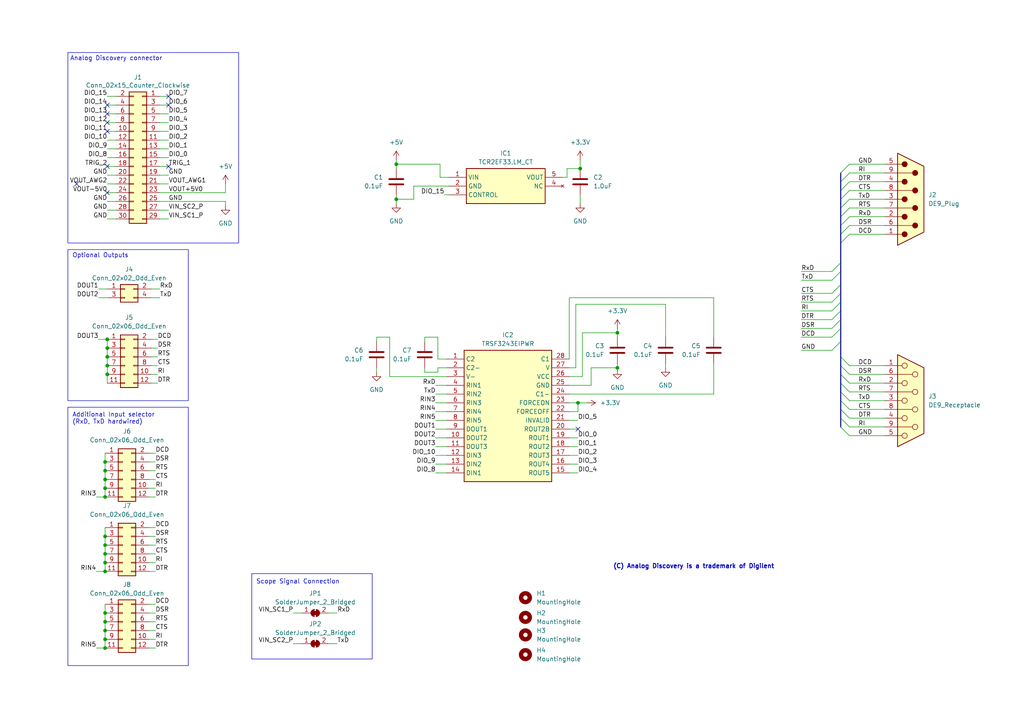
<source format=kicad_sch>
(kicad_sch (version 20230121) (generator eeschema)

  (uuid 46645db0-032c-414c-bb81-3a16d4bfb668)

  (paper "A4")

  (title_block
    (title "Analog Discovery rs232 5 wire sniffer")
    (date "2023-09-29")
    (rev "V0.1")
    (company "JUBEORMK1 @ GITHUB")
  )

  (lib_symbols
    (symbol "Connector:DE9_Plug" (pin_names (offset 1.016) hide) (in_bom yes) (on_board yes)
      (property "Reference" "J" (at 0 13.97 0)
        (effects (font (size 1.27 1.27)))
      )
      (property "Value" "DE9_Plug" (at 0 -14.605 0)
        (effects (font (size 1.27 1.27)))
      )
      (property "Footprint" "" (at 0 0 0)
        (effects (font (size 1.27 1.27)) hide)
      )
      (property "Datasheet" " ~" (at 0 0 0)
        (effects (font (size 1.27 1.27)) hide)
      )
      (property "ki_keywords" "connector male plug D-SUB DB9" (at 0 0 0)
        (effects (font (size 1.27 1.27)) hide)
      )
      (property "ki_description" "9-pin male plug pin D-SUB connector" (at 0 0 0)
        (effects (font (size 1.27 1.27)) hide)
      )
      (property "ki_fp_filters" "DSUB*Male*" (at 0 0 0)
        (effects (font (size 1.27 1.27)) hide)
      )
      (symbol "DE9_Plug_0_1"
        (circle (center -1.778 -10.16) (radius 0.762)
          (stroke (width 0) (type default))
          (fill (type outline))
        )
        (circle (center -1.778 -5.08) (radius 0.762)
          (stroke (width 0) (type default))
          (fill (type outline))
        )
        (circle (center -1.778 0) (radius 0.762)
          (stroke (width 0) (type default))
          (fill (type outline))
        )
        (circle (center -1.778 5.08) (radius 0.762)
          (stroke (width 0) (type default))
          (fill (type outline))
        )
        (circle (center -1.778 10.16) (radius 0.762)
          (stroke (width 0) (type default))
          (fill (type outline))
        )
        (polyline
          (pts
            (xy -3.81 -10.16)
            (xy -2.54 -10.16)
          )
          (stroke (width 0) (type default))
          (fill (type none))
        )
        (polyline
          (pts
            (xy -3.81 -7.62)
            (xy 0.508 -7.62)
          )
          (stroke (width 0) (type default))
          (fill (type none))
        )
        (polyline
          (pts
            (xy -3.81 -5.08)
            (xy -2.54 -5.08)
          )
          (stroke (width 0) (type default))
          (fill (type none))
        )
        (polyline
          (pts
            (xy -3.81 -2.54)
            (xy 0.508 -2.54)
          )
          (stroke (width 0) (type default))
          (fill (type none))
        )
        (polyline
          (pts
            (xy -3.81 0)
            (xy -2.54 0)
          )
          (stroke (width 0) (type default))
          (fill (type none))
        )
        (polyline
          (pts
            (xy -3.81 2.54)
            (xy 0.508 2.54)
          )
          (stroke (width 0) (type default))
          (fill (type none))
        )
        (polyline
          (pts
            (xy -3.81 5.08)
            (xy -2.54 5.08)
          )
          (stroke (width 0) (type default))
          (fill (type none))
        )
        (polyline
          (pts
            (xy -3.81 7.62)
            (xy 0.508 7.62)
          )
          (stroke (width 0) (type default))
          (fill (type none))
        )
        (polyline
          (pts
            (xy -3.81 10.16)
            (xy -2.54 10.16)
          )
          (stroke (width 0) (type default))
          (fill (type none))
        )
        (polyline
          (pts
            (xy -3.81 -13.335)
            (xy -3.81 13.335)
            (xy 3.81 9.525)
            (xy 3.81 -9.525)
            (xy -3.81 -13.335)
          )
          (stroke (width 0.254) (type default))
          (fill (type background))
        )
        (circle (center 1.27 -7.62) (radius 0.762)
          (stroke (width 0) (type default))
          (fill (type outline))
        )
        (circle (center 1.27 -2.54) (radius 0.762)
          (stroke (width 0) (type default))
          (fill (type outline))
        )
        (circle (center 1.27 2.54) (radius 0.762)
          (stroke (width 0) (type default))
          (fill (type outline))
        )
        (circle (center 1.27 7.62) (radius 0.762)
          (stroke (width 0) (type default))
          (fill (type outline))
        )
      )
      (symbol "DE9_Plug_1_1"
        (pin passive line (at -7.62 -10.16 0) (length 3.81)
          (name "1" (effects (font (size 1.27 1.27))))
          (number "1" (effects (font (size 1.27 1.27))))
        )
        (pin passive line (at -7.62 -5.08 0) (length 3.81)
          (name "2" (effects (font (size 1.27 1.27))))
          (number "2" (effects (font (size 1.27 1.27))))
        )
        (pin passive line (at -7.62 0 0) (length 3.81)
          (name "3" (effects (font (size 1.27 1.27))))
          (number "3" (effects (font (size 1.27 1.27))))
        )
        (pin passive line (at -7.62 5.08 0) (length 3.81)
          (name "4" (effects (font (size 1.27 1.27))))
          (number "4" (effects (font (size 1.27 1.27))))
        )
        (pin passive line (at -7.62 10.16 0) (length 3.81)
          (name "5" (effects (font (size 1.27 1.27))))
          (number "5" (effects (font (size 1.27 1.27))))
        )
        (pin passive line (at -7.62 -7.62 0) (length 3.81)
          (name "6" (effects (font (size 1.27 1.27))))
          (number "6" (effects (font (size 1.27 1.27))))
        )
        (pin passive line (at -7.62 -2.54 0) (length 3.81)
          (name "7" (effects (font (size 1.27 1.27))))
          (number "7" (effects (font (size 1.27 1.27))))
        )
        (pin passive line (at -7.62 2.54 0) (length 3.81)
          (name "8" (effects (font (size 1.27 1.27))))
          (number "8" (effects (font (size 1.27 1.27))))
        )
        (pin passive line (at -7.62 7.62 0) (length 3.81)
          (name "9" (effects (font (size 1.27 1.27))))
          (number "9" (effects (font (size 1.27 1.27))))
        )
      )
    )
    (symbol "Connector:DE9_Receptacle" (pin_names (offset 1.016) hide) (in_bom yes) (on_board yes)
      (property "Reference" "J" (at 0 13.97 0)
        (effects (font (size 1.27 1.27)))
      )
      (property "Value" "DE9_Receptacle" (at 0 -14.605 0)
        (effects (font (size 1.27 1.27)))
      )
      (property "Footprint" "" (at 0 0 0)
        (effects (font (size 1.27 1.27)) hide)
      )
      (property "Datasheet" " ~" (at 0 0 0)
        (effects (font (size 1.27 1.27)) hide)
      )
      (property "ki_keywords" "connector receptacle female D-SUB DB9" (at 0 0 0)
        (effects (font (size 1.27 1.27)) hide)
      )
      (property "ki_description" "9-pin female receptacle socket D-SUB connector" (at 0 0 0)
        (effects (font (size 1.27 1.27)) hide)
      )
      (property "ki_fp_filters" "DSUB*Female*" (at 0 0 0)
        (effects (font (size 1.27 1.27)) hide)
      )
      (symbol "DE9_Receptacle_0_1"
        (circle (center -1.778 -10.16) (radius 0.762)
          (stroke (width 0) (type default))
          (fill (type none))
        )
        (circle (center -1.778 -5.08) (radius 0.762)
          (stroke (width 0) (type default))
          (fill (type none))
        )
        (circle (center -1.778 0) (radius 0.762)
          (stroke (width 0) (type default))
          (fill (type none))
        )
        (circle (center -1.778 5.08) (radius 0.762)
          (stroke (width 0) (type default))
          (fill (type none))
        )
        (circle (center -1.778 10.16) (radius 0.762)
          (stroke (width 0) (type default))
          (fill (type none))
        )
        (polyline
          (pts
            (xy -3.81 -10.16)
            (xy -2.54 -10.16)
          )
          (stroke (width 0) (type default))
          (fill (type none))
        )
        (polyline
          (pts
            (xy -3.81 -7.62)
            (xy 0.508 -7.62)
          )
          (stroke (width 0) (type default))
          (fill (type none))
        )
        (polyline
          (pts
            (xy -3.81 -5.08)
            (xy -2.54 -5.08)
          )
          (stroke (width 0) (type default))
          (fill (type none))
        )
        (polyline
          (pts
            (xy -3.81 -2.54)
            (xy 0.508 -2.54)
          )
          (stroke (width 0) (type default))
          (fill (type none))
        )
        (polyline
          (pts
            (xy -3.81 0)
            (xy -2.54 0)
          )
          (stroke (width 0) (type default))
          (fill (type none))
        )
        (polyline
          (pts
            (xy -3.81 2.54)
            (xy 0.508 2.54)
          )
          (stroke (width 0) (type default))
          (fill (type none))
        )
        (polyline
          (pts
            (xy -3.81 5.08)
            (xy -2.54 5.08)
          )
          (stroke (width 0) (type default))
          (fill (type none))
        )
        (polyline
          (pts
            (xy -3.81 7.62)
            (xy 0.508 7.62)
          )
          (stroke (width 0) (type default))
          (fill (type none))
        )
        (polyline
          (pts
            (xy -3.81 10.16)
            (xy -2.54 10.16)
          )
          (stroke (width 0) (type default))
          (fill (type none))
        )
        (polyline
          (pts
            (xy -3.81 13.335)
            (xy -3.81 -13.335)
            (xy 3.81 -9.525)
            (xy 3.81 9.525)
            (xy -3.81 13.335)
          )
          (stroke (width 0.254) (type default))
          (fill (type background))
        )
        (circle (center 1.27 -7.62) (radius 0.762)
          (stroke (width 0) (type default))
          (fill (type none))
        )
        (circle (center 1.27 -2.54) (radius 0.762)
          (stroke (width 0) (type default))
          (fill (type none))
        )
        (circle (center 1.27 2.54) (radius 0.762)
          (stroke (width 0) (type default))
          (fill (type none))
        )
        (circle (center 1.27 7.62) (radius 0.762)
          (stroke (width 0) (type default))
          (fill (type none))
        )
      )
      (symbol "DE9_Receptacle_1_1"
        (pin passive line (at -7.62 10.16 0) (length 3.81)
          (name "1" (effects (font (size 1.27 1.27))))
          (number "1" (effects (font (size 1.27 1.27))))
        )
        (pin passive line (at -7.62 5.08 0) (length 3.81)
          (name "2" (effects (font (size 1.27 1.27))))
          (number "2" (effects (font (size 1.27 1.27))))
        )
        (pin passive line (at -7.62 0 0) (length 3.81)
          (name "3" (effects (font (size 1.27 1.27))))
          (number "3" (effects (font (size 1.27 1.27))))
        )
        (pin passive line (at -7.62 -5.08 0) (length 3.81)
          (name "4" (effects (font (size 1.27 1.27))))
          (number "4" (effects (font (size 1.27 1.27))))
        )
        (pin passive line (at -7.62 -10.16 0) (length 3.81)
          (name "5" (effects (font (size 1.27 1.27))))
          (number "5" (effects (font (size 1.27 1.27))))
        )
        (pin passive line (at -7.62 7.62 0) (length 3.81)
          (name "6" (effects (font (size 1.27 1.27))))
          (number "6" (effects (font (size 1.27 1.27))))
        )
        (pin passive line (at -7.62 2.54 0) (length 3.81)
          (name "7" (effects (font (size 1.27 1.27))))
          (number "7" (effects (font (size 1.27 1.27))))
        )
        (pin passive line (at -7.62 -2.54 0) (length 3.81)
          (name "8" (effects (font (size 1.27 1.27))))
          (number "8" (effects (font (size 1.27 1.27))))
        )
        (pin passive line (at -7.62 -7.62 0) (length 3.81)
          (name "9" (effects (font (size 1.27 1.27))))
          (number "9" (effects (font (size 1.27 1.27))))
        )
      )
    )
    (symbol "Connector_Generic:Conn_02x02_Odd_Even" (pin_names (offset 1.016) hide) (in_bom yes) (on_board yes)
      (property "Reference" "J" (at 1.27 2.54 0)
        (effects (font (size 1.27 1.27)))
      )
      (property "Value" "Conn_02x02_Odd_Even" (at 1.27 -5.08 0)
        (effects (font (size 1.27 1.27)))
      )
      (property "Footprint" "" (at 0 0 0)
        (effects (font (size 1.27 1.27)) hide)
      )
      (property "Datasheet" "~" (at 0 0 0)
        (effects (font (size 1.27 1.27)) hide)
      )
      (property "ki_keywords" "connector" (at 0 0 0)
        (effects (font (size 1.27 1.27)) hide)
      )
      (property "ki_description" "Generic connector, double row, 02x02, odd/even pin numbering scheme (row 1 odd numbers, row 2 even numbers), script generated (kicad-library-utils/schlib/autogen/connector/)" (at 0 0 0)
        (effects (font (size 1.27 1.27)) hide)
      )
      (property "ki_fp_filters" "Connector*:*_2x??_*" (at 0 0 0)
        (effects (font (size 1.27 1.27)) hide)
      )
      (symbol "Conn_02x02_Odd_Even_1_1"
        (rectangle (start -1.27 -2.413) (end 0 -2.667)
          (stroke (width 0.1524) (type default))
          (fill (type none))
        )
        (rectangle (start -1.27 0.127) (end 0 -0.127)
          (stroke (width 0.1524) (type default))
          (fill (type none))
        )
        (rectangle (start -1.27 1.27) (end 3.81 -3.81)
          (stroke (width 0.254) (type default))
          (fill (type background))
        )
        (rectangle (start 3.81 -2.413) (end 2.54 -2.667)
          (stroke (width 0.1524) (type default))
          (fill (type none))
        )
        (rectangle (start 3.81 0.127) (end 2.54 -0.127)
          (stroke (width 0.1524) (type default))
          (fill (type none))
        )
        (pin passive line (at -5.08 0 0) (length 3.81)
          (name "Pin_1" (effects (font (size 1.27 1.27))))
          (number "1" (effects (font (size 1.27 1.27))))
        )
        (pin passive line (at 7.62 0 180) (length 3.81)
          (name "Pin_2" (effects (font (size 1.27 1.27))))
          (number "2" (effects (font (size 1.27 1.27))))
        )
        (pin passive line (at -5.08 -2.54 0) (length 3.81)
          (name "Pin_3" (effects (font (size 1.27 1.27))))
          (number "3" (effects (font (size 1.27 1.27))))
        )
        (pin passive line (at 7.62 -2.54 180) (length 3.81)
          (name "Pin_4" (effects (font (size 1.27 1.27))))
          (number "4" (effects (font (size 1.27 1.27))))
        )
      )
    )
    (symbol "Connector_Generic:Conn_02x06_Odd_Even" (pin_names (offset 1.016) hide) (in_bom yes) (on_board yes)
      (property "Reference" "J" (at 1.27 7.62 0)
        (effects (font (size 1.27 1.27)))
      )
      (property "Value" "Conn_02x06_Odd_Even" (at 1.27 -10.16 0)
        (effects (font (size 1.27 1.27)))
      )
      (property "Footprint" "" (at 0 0 0)
        (effects (font (size 1.27 1.27)) hide)
      )
      (property "Datasheet" "~" (at 0 0 0)
        (effects (font (size 1.27 1.27)) hide)
      )
      (property "ki_keywords" "connector" (at 0 0 0)
        (effects (font (size 1.27 1.27)) hide)
      )
      (property "ki_description" "Generic connector, double row, 02x06, odd/even pin numbering scheme (row 1 odd numbers, row 2 even numbers), script generated (kicad-library-utils/schlib/autogen/connector/)" (at 0 0 0)
        (effects (font (size 1.27 1.27)) hide)
      )
      (property "ki_fp_filters" "Connector*:*_2x??_*" (at 0 0 0)
        (effects (font (size 1.27 1.27)) hide)
      )
      (symbol "Conn_02x06_Odd_Even_1_1"
        (rectangle (start -1.27 -7.493) (end 0 -7.747)
          (stroke (width 0.1524) (type default))
          (fill (type none))
        )
        (rectangle (start -1.27 -4.953) (end 0 -5.207)
          (stroke (width 0.1524) (type default))
          (fill (type none))
        )
        (rectangle (start -1.27 -2.413) (end 0 -2.667)
          (stroke (width 0.1524) (type default))
          (fill (type none))
        )
        (rectangle (start -1.27 0.127) (end 0 -0.127)
          (stroke (width 0.1524) (type default))
          (fill (type none))
        )
        (rectangle (start -1.27 2.667) (end 0 2.413)
          (stroke (width 0.1524) (type default))
          (fill (type none))
        )
        (rectangle (start -1.27 5.207) (end 0 4.953)
          (stroke (width 0.1524) (type default))
          (fill (type none))
        )
        (rectangle (start -1.27 6.35) (end 3.81 -8.89)
          (stroke (width 0.254) (type default))
          (fill (type background))
        )
        (rectangle (start 3.81 -7.493) (end 2.54 -7.747)
          (stroke (width 0.1524) (type default))
          (fill (type none))
        )
        (rectangle (start 3.81 -4.953) (end 2.54 -5.207)
          (stroke (width 0.1524) (type default))
          (fill (type none))
        )
        (rectangle (start 3.81 -2.413) (end 2.54 -2.667)
          (stroke (width 0.1524) (type default))
          (fill (type none))
        )
        (rectangle (start 3.81 0.127) (end 2.54 -0.127)
          (stroke (width 0.1524) (type default))
          (fill (type none))
        )
        (rectangle (start 3.81 2.667) (end 2.54 2.413)
          (stroke (width 0.1524) (type default))
          (fill (type none))
        )
        (rectangle (start 3.81 5.207) (end 2.54 4.953)
          (stroke (width 0.1524) (type default))
          (fill (type none))
        )
        (pin passive line (at -5.08 5.08 0) (length 3.81)
          (name "Pin_1" (effects (font (size 1.27 1.27))))
          (number "1" (effects (font (size 1.27 1.27))))
        )
        (pin passive line (at 7.62 -5.08 180) (length 3.81)
          (name "Pin_10" (effects (font (size 1.27 1.27))))
          (number "10" (effects (font (size 1.27 1.27))))
        )
        (pin passive line (at -5.08 -7.62 0) (length 3.81)
          (name "Pin_11" (effects (font (size 1.27 1.27))))
          (number "11" (effects (font (size 1.27 1.27))))
        )
        (pin passive line (at 7.62 -7.62 180) (length 3.81)
          (name "Pin_12" (effects (font (size 1.27 1.27))))
          (number "12" (effects (font (size 1.27 1.27))))
        )
        (pin passive line (at 7.62 5.08 180) (length 3.81)
          (name "Pin_2" (effects (font (size 1.27 1.27))))
          (number "2" (effects (font (size 1.27 1.27))))
        )
        (pin passive line (at -5.08 2.54 0) (length 3.81)
          (name "Pin_3" (effects (font (size 1.27 1.27))))
          (number "3" (effects (font (size 1.27 1.27))))
        )
        (pin passive line (at 7.62 2.54 180) (length 3.81)
          (name "Pin_4" (effects (font (size 1.27 1.27))))
          (number "4" (effects (font (size 1.27 1.27))))
        )
        (pin passive line (at -5.08 0 0) (length 3.81)
          (name "Pin_5" (effects (font (size 1.27 1.27))))
          (number "5" (effects (font (size 1.27 1.27))))
        )
        (pin passive line (at 7.62 0 180) (length 3.81)
          (name "Pin_6" (effects (font (size 1.27 1.27))))
          (number "6" (effects (font (size 1.27 1.27))))
        )
        (pin passive line (at -5.08 -2.54 0) (length 3.81)
          (name "Pin_7" (effects (font (size 1.27 1.27))))
          (number "7" (effects (font (size 1.27 1.27))))
        )
        (pin passive line (at 7.62 -2.54 180) (length 3.81)
          (name "Pin_8" (effects (font (size 1.27 1.27))))
          (number "8" (effects (font (size 1.27 1.27))))
        )
        (pin passive line (at -5.08 -5.08 0) (length 3.81)
          (name "Pin_9" (effects (font (size 1.27 1.27))))
          (number "9" (effects (font (size 1.27 1.27))))
        )
      )
    )
    (symbol "Connector_Generic:Conn_02x15_Odd_Even" (pin_names (offset 1.016) hide) (in_bom yes) (on_board yes)
      (property "Reference" "J" (at 1.27 20.32 0)
        (effects (font (size 1.27 1.27)))
      )
      (property "Value" "Conn_02x15_Odd_Even" (at 1.27 -20.32 0)
        (effects (font (size 1.27 1.27)))
      )
      (property "Footprint" "" (at 0 0 0)
        (effects (font (size 1.27 1.27)) hide)
      )
      (property "Datasheet" "~" (at 0 0 0)
        (effects (font (size 1.27 1.27)) hide)
      )
      (property "ki_keywords" "connector" (at 0 0 0)
        (effects (font (size 1.27 1.27)) hide)
      )
      (property "ki_description" "Generic connector, double row, 02x15, odd/even pin numbering scheme (row 1 odd numbers, row 2 even numbers), script generated (kicad-library-utils/schlib/autogen/connector/)" (at 0 0 0)
        (effects (font (size 1.27 1.27)) hide)
      )
      (property "ki_fp_filters" "Connector*:*_2x??_*" (at 0 0 0)
        (effects (font (size 1.27 1.27)) hide)
      )
      (symbol "Conn_02x15_Odd_Even_1_1"
        (rectangle (start -1.27 -17.653) (end 0 -17.907)
          (stroke (width 0.1524) (type default))
          (fill (type none))
        )
        (rectangle (start -1.27 -15.113) (end 0 -15.367)
          (stroke (width 0.1524) (type default))
          (fill (type none))
        )
        (rectangle (start -1.27 -12.573) (end 0 -12.827)
          (stroke (width 0.1524) (type default))
          (fill (type none))
        )
        (rectangle (start -1.27 -10.033) (end 0 -10.287)
          (stroke (width 0.1524) (type default))
          (fill (type none))
        )
        (rectangle (start -1.27 -7.493) (end 0 -7.747)
          (stroke (width 0.1524) (type default))
          (fill (type none))
        )
        (rectangle (start -1.27 -4.953) (end 0 -5.207)
          (stroke (width 0.1524) (type default))
          (fill (type none))
        )
        (rectangle (start -1.27 -2.413) (end 0 -2.667)
          (stroke (width 0.1524) (type default))
          (fill (type none))
        )
        (rectangle (start -1.27 0.127) (end 0 -0.127)
          (stroke (width 0.1524) (type default))
          (fill (type none))
        )
        (rectangle (start -1.27 2.667) (end 0 2.413)
          (stroke (width 0.1524) (type default))
          (fill (type none))
        )
        (rectangle (start -1.27 5.207) (end 0 4.953)
          (stroke (width 0.1524) (type default))
          (fill (type none))
        )
        (rectangle (start -1.27 7.747) (end 0 7.493)
          (stroke (width 0.1524) (type default))
          (fill (type none))
        )
        (rectangle (start -1.27 10.287) (end 0 10.033)
          (stroke (width 0.1524) (type default))
          (fill (type none))
        )
        (rectangle (start -1.27 12.827) (end 0 12.573)
          (stroke (width 0.1524) (type default))
          (fill (type none))
        )
        (rectangle (start -1.27 15.367) (end 0 15.113)
          (stroke (width 0.1524) (type default))
          (fill (type none))
        )
        (rectangle (start -1.27 17.907) (end 0 17.653)
          (stroke (width 0.1524) (type default))
          (fill (type none))
        )
        (rectangle (start -1.27 19.05) (end 3.81 -19.05)
          (stroke (width 0.254) (type default))
          (fill (type background))
        )
        (rectangle (start 3.81 -17.653) (end 2.54 -17.907)
          (stroke (width 0.1524) (type default))
          (fill (type none))
        )
        (rectangle (start 3.81 -15.113) (end 2.54 -15.367)
          (stroke (width 0.1524) (type default))
          (fill (type none))
        )
        (rectangle (start 3.81 -12.573) (end 2.54 -12.827)
          (stroke (width 0.1524) (type default))
          (fill (type none))
        )
        (rectangle (start 3.81 -10.033) (end 2.54 -10.287)
          (stroke (width 0.1524) (type default))
          (fill (type none))
        )
        (rectangle (start 3.81 -7.493) (end 2.54 -7.747)
          (stroke (width 0.1524) (type default))
          (fill (type none))
        )
        (rectangle (start 3.81 -4.953) (end 2.54 -5.207)
          (stroke (width 0.1524) (type default))
          (fill (type none))
        )
        (rectangle (start 3.81 -2.413) (end 2.54 -2.667)
          (stroke (width 0.1524) (type default))
          (fill (type none))
        )
        (rectangle (start 3.81 0.127) (end 2.54 -0.127)
          (stroke (width 0.1524) (type default))
          (fill (type none))
        )
        (rectangle (start 3.81 2.667) (end 2.54 2.413)
          (stroke (width 0.1524) (type default))
          (fill (type none))
        )
        (rectangle (start 3.81 5.207) (end 2.54 4.953)
          (stroke (width 0.1524) (type default))
          (fill (type none))
        )
        (rectangle (start 3.81 7.747) (end 2.54 7.493)
          (stroke (width 0.1524) (type default))
          (fill (type none))
        )
        (rectangle (start 3.81 10.287) (end 2.54 10.033)
          (stroke (width 0.1524) (type default))
          (fill (type none))
        )
        (rectangle (start 3.81 12.827) (end 2.54 12.573)
          (stroke (width 0.1524) (type default))
          (fill (type none))
        )
        (rectangle (start 3.81 15.367) (end 2.54 15.113)
          (stroke (width 0.1524) (type default))
          (fill (type none))
        )
        (rectangle (start 3.81 17.907) (end 2.54 17.653)
          (stroke (width 0.1524) (type default))
          (fill (type none))
        )
        (pin passive line (at -5.08 17.78 0) (length 3.81)
          (name "Pin_1" (effects (font (size 1.27 1.27))))
          (number "1" (effects (font (size 1.27 1.27))))
        )
        (pin passive line (at 7.62 7.62 180) (length 3.81)
          (name "Pin_10" (effects (font (size 1.27 1.27))))
          (number "10" (effects (font (size 1.27 1.27))))
        )
        (pin passive line (at -5.08 5.08 0) (length 3.81)
          (name "Pin_11" (effects (font (size 1.27 1.27))))
          (number "11" (effects (font (size 1.27 1.27))))
        )
        (pin passive line (at 7.62 5.08 180) (length 3.81)
          (name "Pin_12" (effects (font (size 1.27 1.27))))
          (number "12" (effects (font (size 1.27 1.27))))
        )
        (pin passive line (at -5.08 2.54 0) (length 3.81)
          (name "Pin_13" (effects (font (size 1.27 1.27))))
          (number "13" (effects (font (size 1.27 1.27))))
        )
        (pin passive line (at 7.62 2.54 180) (length 3.81)
          (name "Pin_14" (effects (font (size 1.27 1.27))))
          (number "14" (effects (font (size 1.27 1.27))))
        )
        (pin passive line (at -5.08 0 0) (length 3.81)
          (name "Pin_15" (effects (font (size 1.27 1.27))))
          (number "15" (effects (font (size 1.27 1.27))))
        )
        (pin passive line (at 7.62 0 180) (length 3.81)
          (name "Pin_16" (effects (font (size 1.27 1.27))))
          (number "16" (effects (font (size 1.27 1.27))))
        )
        (pin passive line (at -5.08 -2.54 0) (length 3.81)
          (name "Pin_17" (effects (font (size 1.27 1.27))))
          (number "17" (effects (font (size 1.27 1.27))))
        )
        (pin passive line (at 7.62 -2.54 180) (length 3.81)
          (name "Pin_18" (effects (font (size 1.27 1.27))))
          (number "18" (effects (font (size 1.27 1.27))))
        )
        (pin passive line (at -5.08 -5.08 0) (length 3.81)
          (name "Pin_19" (effects (font (size 1.27 1.27))))
          (number "19" (effects (font (size 1.27 1.27))))
        )
        (pin passive line (at 7.62 17.78 180) (length 3.81)
          (name "Pin_2" (effects (font (size 1.27 1.27))))
          (number "2" (effects (font (size 1.27 1.27))))
        )
        (pin passive line (at 7.62 -5.08 180) (length 3.81)
          (name "Pin_20" (effects (font (size 1.27 1.27))))
          (number "20" (effects (font (size 1.27 1.27))))
        )
        (pin passive line (at -5.08 -7.62 0) (length 3.81)
          (name "Pin_21" (effects (font (size 1.27 1.27))))
          (number "21" (effects (font (size 1.27 1.27))))
        )
        (pin passive line (at 7.62 -7.62 180) (length 3.81)
          (name "Pin_22" (effects (font (size 1.27 1.27))))
          (number "22" (effects (font (size 1.27 1.27))))
        )
        (pin passive line (at -5.08 -10.16 0) (length 3.81)
          (name "Pin_23" (effects (font (size 1.27 1.27))))
          (number "23" (effects (font (size 1.27 1.27))))
        )
        (pin passive line (at 7.62 -10.16 180) (length 3.81)
          (name "Pin_24" (effects (font (size 1.27 1.27))))
          (number "24" (effects (font (size 1.27 1.27))))
        )
        (pin passive line (at -5.08 -12.7 0) (length 3.81)
          (name "Pin_25" (effects (font (size 1.27 1.27))))
          (number "25" (effects (font (size 1.27 1.27))))
        )
        (pin passive line (at 7.62 -12.7 180) (length 3.81)
          (name "Pin_26" (effects (font (size 1.27 1.27))))
          (number "26" (effects (font (size 1.27 1.27))))
        )
        (pin passive line (at -5.08 -15.24 0) (length 3.81)
          (name "Pin_27" (effects (font (size 1.27 1.27))))
          (number "27" (effects (font (size 1.27 1.27))))
        )
        (pin passive line (at 7.62 -15.24 180) (length 3.81)
          (name "Pin_28" (effects (font (size 1.27 1.27))))
          (number "28" (effects (font (size 1.27 1.27))))
        )
        (pin passive line (at -5.08 -17.78 0) (length 3.81)
          (name "Pin_29" (effects (font (size 1.27 1.27))))
          (number "29" (effects (font (size 1.27 1.27))))
        )
        (pin passive line (at -5.08 15.24 0) (length 3.81)
          (name "Pin_3" (effects (font (size 1.27 1.27))))
          (number "3" (effects (font (size 1.27 1.27))))
        )
        (pin passive line (at 7.62 -17.78 180) (length 3.81)
          (name "Pin_30" (effects (font (size 1.27 1.27))))
          (number "30" (effects (font (size 1.27 1.27))))
        )
        (pin passive line (at 7.62 15.24 180) (length 3.81)
          (name "Pin_4" (effects (font (size 1.27 1.27))))
          (number "4" (effects (font (size 1.27 1.27))))
        )
        (pin passive line (at -5.08 12.7 0) (length 3.81)
          (name "Pin_5" (effects (font (size 1.27 1.27))))
          (number "5" (effects (font (size 1.27 1.27))))
        )
        (pin passive line (at 7.62 12.7 180) (length 3.81)
          (name "Pin_6" (effects (font (size 1.27 1.27))))
          (number "6" (effects (font (size 1.27 1.27))))
        )
        (pin passive line (at -5.08 10.16 0) (length 3.81)
          (name "Pin_7" (effects (font (size 1.27 1.27))))
          (number "7" (effects (font (size 1.27 1.27))))
        )
        (pin passive line (at 7.62 10.16 180) (length 3.81)
          (name "Pin_8" (effects (font (size 1.27 1.27))))
          (number "8" (effects (font (size 1.27 1.27))))
        )
        (pin passive line (at -5.08 7.62 0) (length 3.81)
          (name "Pin_9" (effects (font (size 1.27 1.27))))
          (number "9" (effects (font (size 1.27 1.27))))
        )
      )
    )
    (symbol "Device:C" (pin_numbers hide) (pin_names (offset 0.254)) (in_bom yes) (on_board yes)
      (property "Reference" "C" (at 0.635 2.54 0)
        (effects (font (size 1.27 1.27)) (justify left))
      )
      (property "Value" "C" (at 0.635 -2.54 0)
        (effects (font (size 1.27 1.27)) (justify left))
      )
      (property "Footprint" "" (at 0.9652 -3.81 0)
        (effects (font (size 1.27 1.27)) hide)
      )
      (property "Datasheet" "~" (at 0 0 0)
        (effects (font (size 1.27 1.27)) hide)
      )
      (property "ki_keywords" "cap capacitor" (at 0 0 0)
        (effects (font (size 1.27 1.27)) hide)
      )
      (property "ki_description" "Unpolarized capacitor" (at 0 0 0)
        (effects (font (size 1.27 1.27)) hide)
      )
      (property "ki_fp_filters" "C_*" (at 0 0 0)
        (effects (font (size 1.27 1.27)) hide)
      )
      (symbol "C_0_1"
        (polyline
          (pts
            (xy -2.032 -0.762)
            (xy 2.032 -0.762)
          )
          (stroke (width 0.508) (type default))
          (fill (type none))
        )
        (polyline
          (pts
            (xy -2.032 0.762)
            (xy 2.032 0.762)
          )
          (stroke (width 0.508) (type default))
          (fill (type none))
        )
      )
      (symbol "C_1_1"
        (pin passive line (at 0 3.81 270) (length 2.794)
          (name "~" (effects (font (size 1.27 1.27))))
          (number "1" (effects (font (size 1.27 1.27))))
        )
        (pin passive line (at 0 -3.81 90) (length 2.794)
          (name "~" (effects (font (size 1.27 1.27))))
          (number "2" (effects (font (size 1.27 1.27))))
        )
      )
    )
    (symbol "Jumper:SolderJumper_2_Bridged" (pin_names (offset 0) hide) (in_bom yes) (on_board yes)
      (property "Reference" "JP" (at 0 2.032 0)
        (effects (font (size 1.27 1.27)))
      )
      (property "Value" "SolderJumper_2_Bridged" (at 0 -2.54 0)
        (effects (font (size 1.27 1.27)))
      )
      (property "Footprint" "" (at 0 0 0)
        (effects (font (size 1.27 1.27)) hide)
      )
      (property "Datasheet" "~" (at 0 0 0)
        (effects (font (size 1.27 1.27)) hide)
      )
      (property "ki_keywords" "solder jumper SPST" (at 0 0 0)
        (effects (font (size 1.27 1.27)) hide)
      )
      (property "ki_description" "Solder Jumper, 2-pole, closed/bridged" (at 0 0 0)
        (effects (font (size 1.27 1.27)) hide)
      )
      (property "ki_fp_filters" "SolderJumper*Bridged*" (at 0 0 0)
        (effects (font (size 1.27 1.27)) hide)
      )
      (symbol "SolderJumper_2_Bridged_0_1"
        (rectangle (start -0.508 0.508) (end 0.508 -0.508)
          (stroke (width 0) (type default))
          (fill (type outline))
        )
        (arc (start -0.254 1.016) (mid -1.2656 0) (end -0.254 -1.016)
          (stroke (width 0) (type default))
          (fill (type none))
        )
        (arc (start -0.254 1.016) (mid -1.2656 0) (end -0.254 -1.016)
          (stroke (width 0) (type default))
          (fill (type outline))
        )
        (polyline
          (pts
            (xy -0.254 1.016)
            (xy -0.254 -1.016)
          )
          (stroke (width 0) (type default))
          (fill (type none))
        )
        (polyline
          (pts
            (xy 0.254 1.016)
            (xy 0.254 -1.016)
          )
          (stroke (width 0) (type default))
          (fill (type none))
        )
        (arc (start 0.254 -1.016) (mid 1.2656 0) (end 0.254 1.016)
          (stroke (width 0) (type default))
          (fill (type none))
        )
        (arc (start 0.254 -1.016) (mid 1.2656 0) (end 0.254 1.016)
          (stroke (width 0) (type default))
          (fill (type outline))
        )
      )
      (symbol "SolderJumper_2_Bridged_1_1"
        (pin passive line (at -3.81 0 0) (length 2.54)
          (name "A" (effects (font (size 1.27 1.27))))
          (number "1" (effects (font (size 1.27 1.27))))
        )
        (pin passive line (at 3.81 0 180) (length 2.54)
          (name "B" (effects (font (size 1.27 1.27))))
          (number "2" (effects (font (size 1.27 1.27))))
        )
      )
    )
    (symbol "Mechanical:MountingHole" (pin_names (offset 1.016)) (in_bom yes) (on_board yes)
      (property "Reference" "H" (at 0 5.08 0)
        (effects (font (size 1.27 1.27)))
      )
      (property "Value" "MountingHole" (at 0 3.175 0)
        (effects (font (size 1.27 1.27)))
      )
      (property "Footprint" "" (at 0 0 0)
        (effects (font (size 1.27 1.27)) hide)
      )
      (property "Datasheet" "~" (at 0 0 0)
        (effects (font (size 1.27 1.27)) hide)
      )
      (property "ki_keywords" "mounting hole" (at 0 0 0)
        (effects (font (size 1.27 1.27)) hide)
      )
      (property "ki_description" "Mounting Hole without connection" (at 0 0 0)
        (effects (font (size 1.27 1.27)) hide)
      )
      (property "ki_fp_filters" "MountingHole*" (at 0 0 0)
        (effects (font (size 1.27 1.27)) hide)
      )
      (symbol "MountingHole_0_1"
        (circle (center 0 0) (radius 1.27)
          (stroke (width 1.27) (type default))
          (fill (type none))
        )
      )
    )
    (symbol "TCR2EF33_LM_CT:TCR2EF33,LM_CT" (in_bom yes) (on_board yes)
      (property "Reference" "IC" (at 29.21 7.62 0)
        (effects (font (size 1.27 1.27)) (justify left top))
      )
      (property "Value" "TCR2EF33,LM_CT" (at 29.21 5.08 0)
        (effects (font (size 1.27 1.27)) (justify left top))
      )
      (property "Footprint" "SOT-25" (at 29.21 -94.92 0)
        (effects (font (size 1.27 1.27)) (justify left top) hide)
      )
      (property "Datasheet" "https://toshiba.semicon-storage.com/eu/product/linear/power-supply/detail.TCR2EF33.html" (at 29.21 -194.92 0)
        (effects (font (size 1.27 1.27)) (justify left top) hide)
      )
      (property "Height" "" (at 29.21 -394.92 0)
        (effects (font (size 1.27 1.27)) (justify left top) hide)
      )
      (property "Manufacturer_Name" "Toshiba" (at 29.21 -494.92 0)
        (effects (font (size 1.27 1.27)) (justify left top) hide)
      )
      (property "Manufacturer_Part_Number" "TCR2EF33,LM(CT" (at 29.21 -594.92 0)
        (effects (font (size 1.27 1.27)) (justify left top) hide)
      )
      (property "Mouser Part Number" "757-TCR2EF33LMCT" (at 29.21 -694.92 0)
        (effects (font (size 1.27 1.27)) (justify left top) hide)
      )
      (property "Mouser Price/Stock" "https://www.mouser.co.uk/ProductDetail/Toshiba/TCR2EF33LMCT?qs=EPmvyOv1YlPmhsvS3PaWfg%3D%3D" (at 29.21 -794.92 0)
        (effects (font (size 1.27 1.27)) (justify left top) hide)
      )
      (property "Arrow Part Number" "TCR2EF33,LM(CT" (at 29.21 -894.92 0)
        (effects (font (size 1.27 1.27)) (justify left top) hide)
      )
      (property "Arrow Price/Stock" "https://www.arrow.com/en/products/tcr2ef33lm-ct/toshiba?region=nac" (at 29.21 -994.92 0)
        (effects (font (size 1.27 1.27)) (justify left top) hide)
      )
      (property "ki_description" "Reg IC, CMOS, Vin6V, 3.3V/200mA, SOT-25 Toshiba TCR2EF33,LM(CT, LDO Voltage Regulator, 150mA, 3.3 V +/-1%, 1.5  5.55 Vin, 5-Pin SOT-25" (at 0 0 0)
        (effects (font (size 1.27 1.27)) hide)
      )
      (symbol "TCR2EF33,LM_CT_1_1"
        (rectangle (start 5.08 2.54) (end 27.94 -7.62)
          (stroke (width 0.254) (type default))
          (fill (type background))
        )
        (pin passive line (at 0 0 0) (length 5.08)
          (name "VIN" (effects (font (size 1.27 1.27))))
          (number "1" (effects (font (size 1.27 1.27))))
        )
        (pin passive line (at 0 -2.54 0) (length 5.08)
          (name "GND" (effects (font (size 1.27 1.27))))
          (number "2" (effects (font (size 1.27 1.27))))
        )
        (pin passive line (at 0 -5.08 0) (length 5.08)
          (name "CONTROL" (effects (font (size 1.27 1.27))))
          (number "3" (effects (font (size 1.27 1.27))))
        )
        (pin no_connect line (at 33.02 -2.54 180) (length 5.08)
          (name "NC" (effects (font (size 1.27 1.27))))
          (number "4" (effects (font (size 1.27 1.27))))
        )
        (pin passive line (at 33.02 0 180) (length 5.08)
          (name "VOUT" (effects (font (size 1.27 1.27))))
          (number "5" (effects (font (size 1.27 1.27))))
        )
      )
    )
    (symbol "TRSF3243EIPWR:TRSF3243EIPWR" (in_bom yes) (on_board yes)
      (property "Reference" "IC" (at 31.75 7.62 0)
        (effects (font (size 1.27 1.27)) (justify left top))
      )
      (property "Value" "TRSF3243EIPWR" (at 31.75 5.08 0)
        (effects (font (size 1.27 1.27)) (justify left top))
      )
      (property "Footprint" "SOP65P640X120-28N" (at 31.75 -94.92 0)
        (effects (font (size 1.27 1.27)) (justify left top) hide)
      )
      (property "Datasheet" "https://www.ti.com/lit/gpn/trsf3243e" (at 31.75 -194.92 0)
        (effects (font (size 1.27 1.27)) (justify left top) hide)
      )
      (property "Height" "1.2" (at 31.75 -394.92 0)
        (effects (font (size 1.27 1.27)) (justify left top) hide)
      )
      (property "Manufacturer_Name" "Texas Instruments" (at 31.75 -494.92 0)
        (effects (font (size 1.27 1.27)) (justify left top) hide)
      )
      (property "Manufacturer_Part_Number" "TRSF3243EIPWR" (at 31.75 -594.92 0)
        (effects (font (size 1.27 1.27)) (justify left top) hide)
      )
      (property "Mouser Part Number" "595-TRSF3243EIPWR" (at 31.75 -694.92 0)
        (effects (font (size 1.27 1.27)) (justify left top) hide)
      )
      (property "Mouser Price/Stock" "https://www.mouser.co.uk/ProductDetail/Texas-Instruments/TRSF3243EIPWR?qs=Y0Uzf4wQF3nM2EqSqBPz1g%3D%3D" (at 31.75 -794.92 0)
        (effects (font (size 1.27 1.27)) (justify left top) hide)
      )
      (property "Arrow Part Number" "TRSF3243EIPWR" (at 31.75 -894.92 0)
        (effects (font (size 1.27 1.27)) (justify left top) hide)
      )
      (property "Arrow Price/Stock" "https://www.arrow.com/en/products/trsf3243eipwr/texas-instruments?region=nac" (at 31.75 -994.92 0)
        (effects (font (size 1.27 1.27)) (justify left top) hide)
      )
      (property "ki_description" "RS-232 Interface IC Multichannel RS-232 compatible line driver/receiver (3T/5R) with 15-kV IEC ESD protection 28-TSSOP -40 to 85" (at 0 0 0)
        (effects (font (size 1.27 1.27)) hide)
      )
      (symbol "TRSF3243EIPWR_1_1"
        (rectangle (start 5.08 2.54) (end 30.48 -35.56)
          (stroke (width 0.254) (type default))
          (fill (type background))
        )
        (pin passive line (at 0 0 0) (length 5.08)
          (name "C2" (effects (font (size 1.27 1.27))))
          (number "1" (effects (font (size 1.27 1.27))))
        )
        (pin output line (at 0 -22.86 0) (length 5.08)
          (name "DOUT2" (effects (font (size 1.27 1.27))))
          (number "10" (effects (font (size 1.27 1.27))))
        )
        (pin output line (at 0 -25.4 0) (length 5.08)
          (name "DOUT3" (effects (font (size 1.27 1.27))))
          (number "11" (effects (font (size 1.27 1.27))))
        )
        (pin input line (at 0 -27.94 0) (length 5.08)
          (name "DIN3" (effects (font (size 1.27 1.27))))
          (number "12" (effects (font (size 1.27 1.27))))
        )
        (pin input line (at 0 -30.48 0) (length 5.08)
          (name "DIN2" (effects (font (size 1.27 1.27))))
          (number "13" (effects (font (size 1.27 1.27))))
        )
        (pin input line (at 0 -33.02 0) (length 5.08)
          (name "DIN1" (effects (font (size 1.27 1.27))))
          (number "14" (effects (font (size 1.27 1.27))))
        )
        (pin output line (at 35.56 -33.02 180) (length 5.08)
          (name "ROUT5" (effects (font (size 1.27 1.27))))
          (number "15" (effects (font (size 1.27 1.27))))
        )
        (pin output line (at 35.56 -30.48 180) (length 5.08)
          (name "ROUT4" (effects (font (size 1.27 1.27))))
          (number "16" (effects (font (size 1.27 1.27))))
        )
        (pin output line (at 35.56 -27.94 180) (length 5.08)
          (name "ROUT3" (effects (font (size 1.27 1.27))))
          (number "17" (effects (font (size 1.27 1.27))))
        )
        (pin output line (at 35.56 -25.4 180) (length 5.08)
          (name "ROUT2" (effects (font (size 1.27 1.27))))
          (number "18" (effects (font (size 1.27 1.27))))
        )
        (pin output line (at 35.56 -22.86 180) (length 5.08)
          (name "ROUT1" (effects (font (size 1.27 1.27))))
          (number "19" (effects (font (size 1.27 1.27))))
        )
        (pin passive line (at 0 -2.54 0) (length 5.08)
          (name "C2-" (effects (font (size 1.27 1.27))))
          (number "2" (effects (font (size 1.27 1.27))))
        )
        (pin passive line (at 35.56 -20.32 180) (length 5.08)
          (name "ROUT2B" (effects (font (size 1.27 1.27))))
          (number "20" (effects (font (size 1.27 1.27))))
        )
        (pin output line (at 35.56 -17.78 180) (length 5.08)
          (name "INVALID" (effects (font (size 1.27 1.27))))
          (number "21" (effects (font (size 1.27 1.27))))
        )
        (pin input line (at 35.56 -15.24 180) (length 5.08)
          (name "FORCEOFF" (effects (font (size 1.27 1.27))))
          (number "22" (effects (font (size 1.27 1.27))))
        )
        (pin input line (at 35.56 -12.7 180) (length 5.08)
          (name "FORCEON" (effects (font (size 1.27 1.27))))
          (number "23" (effects (font (size 1.27 1.27))))
        )
        (pin passive line (at 35.56 -10.16 180) (length 5.08)
          (name "C1-" (effects (font (size 1.27 1.27))))
          (number "24" (effects (font (size 1.27 1.27))))
        )
        (pin passive line (at 35.56 -7.62 180) (length 5.08)
          (name "GND" (effects (font (size 1.27 1.27))))
          (number "25" (effects (font (size 1.27 1.27))))
        )
        (pin passive line (at 35.56 -5.08 180) (length 5.08)
          (name "VCC" (effects (font (size 1.27 1.27))))
          (number "26" (effects (font (size 1.27 1.27))))
        )
        (pin passive line (at 35.56 -2.54 180) (length 5.08)
          (name "V" (effects (font (size 1.27 1.27))))
          (number "27" (effects (font (size 1.27 1.27))))
        )
        (pin passive line (at 35.56 0 180) (length 5.08)
          (name "C1" (effects (font (size 1.27 1.27))))
          (number "28" (effects (font (size 1.27 1.27))))
        )
        (pin passive line (at 0 -5.08 0) (length 5.08)
          (name "V-" (effects (font (size 1.27 1.27))))
          (number "3" (effects (font (size 1.27 1.27))))
        )
        (pin input line (at 0 -7.62 0) (length 5.08)
          (name "RIN1" (effects (font (size 1.27 1.27))))
          (number "4" (effects (font (size 1.27 1.27))))
        )
        (pin input line (at 0 -10.16 0) (length 5.08)
          (name "RIN2" (effects (font (size 1.27 1.27))))
          (number "5" (effects (font (size 1.27 1.27))))
        )
        (pin input line (at 0 -12.7 0) (length 5.08)
          (name "RIN3" (effects (font (size 1.27 1.27))))
          (number "6" (effects (font (size 1.27 1.27))))
        )
        (pin input line (at 0 -15.24 0) (length 5.08)
          (name "RIN4" (effects (font (size 1.27 1.27))))
          (number "7" (effects (font (size 1.27 1.27))))
        )
        (pin input line (at 0 -17.78 0) (length 5.08)
          (name "RIN5" (effects (font (size 1.27 1.27))))
          (number "8" (effects (font (size 1.27 1.27))))
        )
        (pin output line (at 0 -20.32 0) (length 5.08)
          (name "DOUT1" (effects (font (size 1.27 1.27))))
          (number "9" (effects (font (size 1.27 1.27))))
        )
      )
    )
    (symbol "power:+3.3V" (power) (pin_names (offset 0)) (in_bom yes) (on_board yes)
      (property "Reference" "#PWR" (at 0 -3.81 0)
        (effects (font (size 1.27 1.27)) hide)
      )
      (property "Value" "+3.3V" (at 0 3.556 0)
        (effects (font (size 1.27 1.27)))
      )
      (property "Footprint" "" (at 0 0 0)
        (effects (font (size 1.27 1.27)) hide)
      )
      (property "Datasheet" "" (at 0 0 0)
        (effects (font (size 1.27 1.27)) hide)
      )
      (property "ki_keywords" "global power" (at 0 0 0)
        (effects (font (size 1.27 1.27)) hide)
      )
      (property "ki_description" "Power symbol creates a global label with name \"+3.3V\"" (at 0 0 0)
        (effects (font (size 1.27 1.27)) hide)
      )
      (symbol "+3.3V_0_1"
        (polyline
          (pts
            (xy -0.762 1.27)
            (xy 0 2.54)
          )
          (stroke (width 0) (type default))
          (fill (type none))
        )
        (polyline
          (pts
            (xy 0 0)
            (xy 0 2.54)
          )
          (stroke (width 0) (type default))
          (fill (type none))
        )
        (polyline
          (pts
            (xy 0 2.54)
            (xy 0.762 1.27)
          )
          (stroke (width 0) (type default))
          (fill (type none))
        )
      )
      (symbol "+3.3V_1_1"
        (pin power_in line (at 0 0 90) (length 0) hide
          (name "+3.3V" (effects (font (size 1.27 1.27))))
          (number "1" (effects (font (size 1.27 1.27))))
        )
      )
    )
    (symbol "power:+5V" (power) (pin_names (offset 0)) (in_bom yes) (on_board yes)
      (property "Reference" "#PWR" (at 0 -3.81 0)
        (effects (font (size 1.27 1.27)) hide)
      )
      (property "Value" "+5V" (at 0 3.556 0)
        (effects (font (size 1.27 1.27)))
      )
      (property "Footprint" "" (at 0 0 0)
        (effects (font (size 1.27 1.27)) hide)
      )
      (property "Datasheet" "" (at 0 0 0)
        (effects (font (size 1.27 1.27)) hide)
      )
      (property "ki_keywords" "global power" (at 0 0 0)
        (effects (font (size 1.27 1.27)) hide)
      )
      (property "ki_description" "Power symbol creates a global label with name \"+5V\"" (at 0 0 0)
        (effects (font (size 1.27 1.27)) hide)
      )
      (symbol "+5V_0_1"
        (polyline
          (pts
            (xy -0.762 1.27)
            (xy 0 2.54)
          )
          (stroke (width 0) (type default))
          (fill (type none))
        )
        (polyline
          (pts
            (xy 0 0)
            (xy 0 2.54)
          )
          (stroke (width 0) (type default))
          (fill (type none))
        )
        (polyline
          (pts
            (xy 0 2.54)
            (xy 0.762 1.27)
          )
          (stroke (width 0) (type default))
          (fill (type none))
        )
      )
      (symbol "+5V_1_1"
        (pin power_in line (at 0 0 90) (length 0) hide
          (name "+5V" (effects (font (size 1.27 1.27))))
          (number "1" (effects (font (size 1.27 1.27))))
        )
      )
    )
    (symbol "power:GND" (power) (pin_names (offset 0)) (in_bom yes) (on_board yes)
      (property "Reference" "#PWR" (at 0 -6.35 0)
        (effects (font (size 1.27 1.27)) hide)
      )
      (property "Value" "GND" (at 0 -3.81 0)
        (effects (font (size 1.27 1.27)))
      )
      (property "Footprint" "" (at 0 0 0)
        (effects (font (size 1.27 1.27)) hide)
      )
      (property "Datasheet" "" (at 0 0 0)
        (effects (font (size 1.27 1.27)) hide)
      )
      (property "ki_keywords" "global power" (at 0 0 0)
        (effects (font (size 1.27 1.27)) hide)
      )
      (property "ki_description" "Power symbol creates a global label with name \"GND\" , ground" (at 0 0 0)
        (effects (font (size 1.27 1.27)) hide)
      )
      (symbol "GND_0_1"
        (polyline
          (pts
            (xy 0 0)
            (xy 0 -1.27)
            (xy 1.27 -1.27)
            (xy 0 -2.54)
            (xy -1.27 -1.27)
            (xy 0 -1.27)
          )
          (stroke (width 0) (type default))
          (fill (type none))
        )
      )
      (symbol "GND_1_1"
        (pin power_in line (at 0 0 270) (length 0) hide
          (name "GND" (effects (font (size 1.27 1.27))))
          (number "1" (effects (font (size 1.27 1.27))))
        )
      )
    )
  )

  (junction (at 179.07 96.52) (diameter 0) (color 0 0 0 0)
    (uuid 0826395d-5627-481a-b172-0dcbdc200e40)
  )
  (junction (at 31.115 100.965) (diameter 0) (color 0 0 0 0)
    (uuid 11803c32-ebd3-40f0-9dde-c65cacf1ac34)
  )
  (junction (at 167.64 116.84) (diameter 0) (color 0 0 0 0)
    (uuid 1bc6fa6a-5bee-46c3-9204-50a201a1473a)
  )
  (junction (at 30.48 144.145) (diameter 0) (color 0 0 0 0)
    (uuid 324ece4c-d8ab-46e0-a056-459c9425303e)
  )
  (junction (at 31.115 98.425) (diameter 0) (color 0 0 0 0)
    (uuid 410f1039-cd2e-441d-a7ad-75c536b3b81b)
  )
  (junction (at 114.935 57.785) (diameter 0) (color 0 0 0 0)
    (uuid 45790a0b-74e5-4ca1-9aeb-84256e555d7e)
  )
  (junction (at 30.48 163.195) (diameter 0) (color 0 0 0 0)
    (uuid 542e9fe8-9568-41a6-b5be-9ac5d03b217d)
  )
  (junction (at 30.48 187.96) (diameter 0) (color 0 0 0 0)
    (uuid 6a28d38a-1917-4cfd-a73c-c0c7d3efb8bd)
  )
  (junction (at 30.48 155.575) (diameter 0) (color 0 0 0 0)
    (uuid 6bfb1250-461c-4b41-85aa-0123582fb041)
  )
  (junction (at 30.48 158.115) (diameter 0) (color 0 0 0 0)
    (uuid 6ede116d-82d9-4d3b-a83c-347f27ccc5bb)
  )
  (junction (at 30.48 177.8) (diameter 0) (color 0 0 0 0)
    (uuid 76432937-d454-4b66-ae0b-0b6b98fc409e)
  )
  (junction (at 168.275 48.895) (diameter 0) (color 0 0 0 0)
    (uuid 7b13a67e-92c2-4a77-973f-09728868815c)
  )
  (junction (at 30.48 136.525) (diameter 0) (color 0 0 0 0)
    (uuid 7e08605e-0a06-4fb5-8bb3-3d51bdc273eb)
  )
  (junction (at 179.07 106.68) (diameter 0) (color 0 0 0 0)
    (uuid 81890a3a-cbd0-4c33-a6cf-20eac5c03e71)
  )
  (junction (at 114.935 47.625) (diameter 0) (color 0 0 0 0)
    (uuid 83cf8ff1-95e9-46d6-bdad-7702e8f7c4c6)
  )
  (junction (at 30.48 182.88) (diameter 0) (color 0 0 0 0)
    (uuid 8d5076a8-021a-4ea5-9c00-b40b0a494283)
  )
  (junction (at 31.115 106.045) (diameter 0) (color 0 0 0 0)
    (uuid 935638d0-b7d7-43aa-af0f-82f33319f58f)
  )
  (junction (at 30.48 133.985) (diameter 0) (color 0 0 0 0)
    (uuid 97019801-f4e3-4ba0-afe3-7b53b6afa1f5)
  )
  (junction (at 30.48 141.605) (diameter 0) (color 0 0 0 0)
    (uuid 9fc1a478-e6fc-4d97-a05e-c35890aaee5a)
  )
  (junction (at 30.48 139.065) (diameter 0) (color 0 0 0 0)
    (uuid a1012334-2bec-4420-9971-6e0fa5b61a89)
  )
  (junction (at 31.115 108.585) (diameter 0) (color 0 0 0 0)
    (uuid b16f7539-7ac5-4f82-964b-cf3191590b43)
  )
  (junction (at 30.48 185.42) (diameter 0) (color 0 0 0 0)
    (uuid b21bb0eb-09b0-477f-9c89-a92d69f3f5a3)
  )
  (junction (at 30.48 160.655) (diameter 0) (color 0 0 0 0)
    (uuid ea613d08-cbf4-4eac-b1d7-84aa22c81cf2)
  )
  (junction (at 31.115 103.505) (diameter 0) (color 0 0 0 0)
    (uuid f5a20ff2-2599-434b-b747-9ea46103fd55)
  )
  (junction (at 30.48 165.735) (diameter 0) (color 0 0 0 0)
    (uuid f8590f7f-788e-4aab-95f4-d12b711ed4a3)
  )
  (junction (at 30.48 180.34) (diameter 0) (color 0 0 0 0)
    (uuid fe9d747e-7036-4e82-83f1-8ea8ff99e535)
  )

  (no_connect (at 31.115 38.1) (uuid 0e781156-4c81-466d-a0d1-19de5a5bebd7))
  (no_connect (at 22.225 53.34) (uuid 0ee17fe9-cd0f-4469-81de-0f8155f8b88e))
  (no_connect (at 167.64 124.46) (uuid 112d3245-1538-461c-845b-094f1ef5a9b4))
  (no_connect (at 31.115 48.26) (uuid 12f2668a-7764-456e-b59d-0501a2eadb1e))
  (no_connect (at 48.895 48.26) (uuid 36292761-8cd7-4398-a494-db784da456ab))
  (no_connect (at 48.895 30.48) (uuid 58a2b7f9-dc54-4d4a-834c-73d5365b3e50))
  (no_connect (at 31.115 55.88) (uuid 64611054-8ee0-4652-a714-4994fc5c48c6))
  (no_connect (at 31.115 35.56) (uuid 74a51b13-15c9-43c3-b30c-0ef883e9c4b0))
  (no_connect (at 31.115 33.02) (uuid 7d5b5b4f-6fc9-4cd7-ae1d-d1141b02506c))
  (no_connect (at 31.115 30.48) (uuid cab91ae1-42b6-41f9-86ca-b1164ace1e4a))
  (no_connect (at 48.895 27.94) (uuid dc09a1f4-7186-4a65-bc62-088df4d7702b))

  (bus_entry (at 246.38 118.745) (size -2.54 -2.54)
    (stroke (width 0) (type default))
    (uuid 00cd441c-b875-4a9a-89af-0f54951b4dbc)
  )
  (bus_entry (at 243.84 76.2) (size -2.54 2.54)
    (stroke (width 0) (type default))
    (uuid 12eefecd-34f1-4fe1-97f4-79f3ab212982)
  )
  (bus_entry (at 243.84 55.245) (size 2.54 -2.54)
    (stroke (width 0) (type default))
    (uuid 147faff0-e5ed-4c35-829f-06a4d79cad0f)
  )
  (bus_entry (at 246.38 116.205) (size -2.54 -2.54)
    (stroke (width 0) (type default))
    (uuid 1e9a3be5-bd7e-4ba8-9b2c-a491692421e8)
  )
  (bus_entry (at 243.84 90.17) (size -2.54 2.54)
    (stroke (width 0) (type default))
    (uuid 2a0c1451-c599-4d5a-b215-c8cfa437dcd8)
  )
  (bus_entry (at 243.84 50.165) (size 2.54 -2.54)
    (stroke (width 0) (type default))
    (uuid 34711ec9-9a6b-4065-bf7c-3007af12a9a0)
  )
  (bus_entry (at 243.84 60.325) (size 2.54 -2.54)
    (stroke (width 0) (type default))
    (uuid 3db927ca-c336-404d-93c6-28c035f6fb2f)
  )
  (bus_entry (at 246.38 123.825) (size -2.54 -2.54)
    (stroke (width 0) (type default))
    (uuid 42194edd-7c2f-427a-89b6-b4599f79179b)
  )
  (bus_entry (at 243.84 52.705) (size 2.54 -2.54)
    (stroke (width 0) (type default))
    (uuid 49ec7b5b-cbe9-4e7c-b677-1bc25b5e2b92)
  )
  (bus_entry (at 243.84 85.09) (size -2.54 2.54)
    (stroke (width 0) (type default))
    (uuid 96e0a7b2-eb95-4e59-984b-2db82a25778b)
  )
  (bus_entry (at 243.84 78.74) (size -2.54 2.54)
    (stroke (width 0) (type default))
    (uuid 9b385eb5-204a-4ff3-8a20-758228eb028b)
  )
  (bus_entry (at 243.84 92.71) (size -2.54 2.54)
    (stroke (width 0) (type default))
    (uuid b28b3557-2742-4522-8f86-1582d7da0a25)
  )
  (bus_entry (at 243.84 87.63) (size -2.54 2.54)
    (stroke (width 0) (type default))
    (uuid bb62e527-af18-4ba8-9a22-8646d7805968)
  )
  (bus_entry (at 243.84 62.865) (size 2.54 -2.54)
    (stroke (width 0) (type default))
    (uuid c8006866-3192-48b1-8bd9-c24787e10680)
  )
  (bus_entry (at 246.38 113.665) (size -2.54 -2.54)
    (stroke (width 0) (type default))
    (uuid c9c37160-614e-4fe2-b356-37ee9230df24)
  )
  (bus_entry (at 243.84 57.785) (size 2.54 -2.54)
    (stroke (width 0) (type default))
    (uuid cd6cfefa-1f82-4eed-a4d8-9d703da1c332)
  )
  (bus_entry (at 246.38 108.585) (size -2.54 -2.54)
    (stroke (width 0) (type default))
    (uuid ce7f1177-02d3-4ee1-8321-ee9680786e8d)
  )
  (bus_entry (at 243.84 82.55) (size -2.54 2.54)
    (stroke (width 0) (type default))
    (uuid d4e7f3d7-392c-49bb-b274-e17b0f86d352)
  )
  (bus_entry (at 246.38 106.045) (size -2.54 -2.54)
    (stroke (width 0) (type default))
    (uuid db6a9f9e-6ea6-48cd-9db9-2a1b200aa62d)
  )
  (bus_entry (at 243.84 70.485) (size 2.54 -2.54)
    (stroke (width 0) (type default))
    (uuid dfacedb6-257f-4727-8023-eb2ef872d9a6)
  )
  (bus_entry (at 243.84 99.06) (size -2.54 2.54)
    (stroke (width 0) (type default))
    (uuid e1134b36-6064-4e2e-85a6-bbec36117622)
  )
  (bus_entry (at 246.38 121.285) (size -2.54 -2.54)
    (stroke (width 0) (type default))
    (uuid e4639cbb-94b2-467b-9d30-02ed4155344a)
  )
  (bus_entry (at 246.38 111.125) (size -2.54 -2.54)
    (stroke (width 0) (type default))
    (uuid ee6e17b7-4e49-4426-83bc-04605ebe86da)
  )
  (bus_entry (at 243.84 95.25) (size -2.54 2.54)
    (stroke (width 0) (type default))
    (uuid ef6b657b-9c54-43ec-b97a-b861b01c4d41)
  )
  (bus_entry (at 246.38 126.365) (size -2.54 -2.54)
    (stroke (width 0) (type default))
    (uuid f0bdbb98-2db2-49a1-9833-ee6492b22bbc)
  )
  (bus_entry (at 243.84 65.405) (size 2.54 -2.54)
    (stroke (width 0) (type default))
    (uuid f65f6c13-578c-4630-b4fa-007f8f6152a5)
  )
  (bus_entry (at 243.84 67.945) (size 2.54 -2.54)
    (stroke (width 0) (type default))
    (uuid f723831e-e324-439d-876c-3d5477b262c7)
  )

  (wire (pts (xy 168.275 56.515) (xy 168.275 59.055))
    (stroke (width 0) (type default))
    (uuid 02c6a015-9c99-4bc8-ae4c-424013919475)
  )
  (wire (pts (xy 246.38 118.745) (xy 256.54 118.745))
    (stroke (width 0) (type default))
    (uuid 04089fa4-a285-4425-9930-e5ff009a7b4c)
  )
  (wire (pts (xy 165.1 111.76) (xy 171.45 111.76))
    (stroke (width 0) (type default))
    (uuid 045a9fef-bdad-4bc0-b5d5-c1c5da245a46)
  )
  (wire (pts (xy 167.64 116.84) (xy 167.64 119.38))
    (stroke (width 0) (type default))
    (uuid 049b12df-342c-4296-8c48-49dfdd8d2f77)
  )
  (wire (pts (xy 31.115 58.42) (xy 33.655 58.42))
    (stroke (width 0) (type default))
    (uuid 05394af5-aca9-42ed-a844-6a8fd3abbb0e)
  )
  (wire (pts (xy 232.41 87.63) (xy 241.3 87.63))
    (stroke (width 0) (type default))
    (uuid 05831151-2002-4278-a99e-df7b06e154d4)
  )
  (wire (pts (xy 43.815 103.505) (xy 45.72 103.505))
    (stroke (width 0) (type default))
    (uuid 05bbba44-2f8d-4766-995a-3ce82c425279)
  )
  (wire (pts (xy 130.175 53.975) (xy 120.015 53.975))
    (stroke (width 0) (type default))
    (uuid 08ca366d-174f-48e9-a315-6e73ed939e79)
  )
  (bus (pts (xy 243.84 121.285) (xy 243.84 123.825))
    (stroke (width 0) (type default))
    (uuid 091e9192-ed3a-44ea-9038-f5a5df0699e9)
  )

  (wire (pts (xy 30.48 177.8) (xy 30.48 180.34))
    (stroke (width 0) (type default))
    (uuid 09d6be2c-d424-47f9-813a-4f31e51df180)
  )
  (wire (pts (xy 46.355 55.88) (xy 65.405 55.88))
    (stroke (width 0) (type default))
    (uuid 0ac20c89-c352-407c-a03a-b64df09a66f9)
  )
  (wire (pts (xy 31.115 55.88) (xy 33.655 55.88))
    (stroke (width 0) (type default))
    (uuid 0ece5b0f-81b5-493d-8384-91786f9481b2)
  )
  (wire (pts (xy 164.465 51.435) (xy 164.465 48.895))
    (stroke (width 0) (type default))
    (uuid 11406a6d-1bb3-4bd6-9b43-e53ea56f9bb8)
  )
  (wire (pts (xy 246.38 52.705) (xy 256.54 52.705))
    (stroke (width 0) (type default))
    (uuid 1165bac1-12a0-4e47-880f-2074a4a09333)
  )
  (wire (pts (xy 126.365 129.54) (xy 129.54 129.54))
    (stroke (width 0) (type default))
    (uuid 1331bc18-7d3f-42ab-8355-0d8230f856c5)
  )
  (bus (pts (xy 243.84 82.55) (xy 243.84 85.09))
    (stroke (width 0) (type default))
    (uuid 133392da-b61d-4e45-b19e-797c07f17e28)
  )

  (wire (pts (xy 246.38 106.045) (xy 256.54 106.045))
    (stroke (width 0) (type default))
    (uuid 1633925d-e3a0-4259-8b21-1ad1ace6abbd)
  )
  (bus (pts (xy 243.84 113.665) (xy 243.84 116.205))
    (stroke (width 0) (type default))
    (uuid 174ec1a5-e00a-4444-94e0-18626af76c5e)
  )

  (wire (pts (xy 167.64 116.84) (xy 170.18 116.84))
    (stroke (width 0) (type default))
    (uuid 19d863b2-2c67-4971-9900-eebd513eadc0)
  )
  (wire (pts (xy 43.18 185.42) (xy 45.085 185.42))
    (stroke (width 0) (type default))
    (uuid 1cc37d13-496e-4bc7-b696-4e5e24d3b029)
  )
  (wire (pts (xy 31.115 108.585) (xy 31.115 111.125))
    (stroke (width 0) (type default))
    (uuid 1d1a867f-2195-4e80-a2ce-e9d4c70b2649)
  )
  (wire (pts (xy 43.815 108.585) (xy 45.72 108.585))
    (stroke (width 0) (type default))
    (uuid 1d316b7c-b46b-4df1-a8ac-7285265e6216)
  )
  (wire (pts (xy 46.355 43.18) (xy 48.895 43.18))
    (stroke (width 0) (type default))
    (uuid 1e8a5640-011f-4f48-88d0-8fa9cb11c529)
  )
  (wire (pts (xy 27.94 144.145) (xy 30.48 144.145))
    (stroke (width 0) (type default))
    (uuid 212b3a45-30bf-4843-82a7-323bf9417af1)
  )
  (wire (pts (xy 179.07 106.68) (xy 179.07 107.315))
    (stroke (width 0) (type default))
    (uuid 23a37518-a853-42c5-a421-371cc4288538)
  )
  (wire (pts (xy 127 107.95) (xy 123.19 107.95))
    (stroke (width 0) (type default))
    (uuid 2495f021-3fd6-4d2c-a460-7cb52e122c03)
  )
  (wire (pts (xy 165.1 109.22) (xy 168.91 109.22))
    (stroke (width 0) (type default))
    (uuid 2536f92c-1178-4541-8c39-8f46e20d51d5)
  )
  (wire (pts (xy 246.38 60.325) (xy 256.54 60.325))
    (stroke (width 0) (type default))
    (uuid 2815ac08-d82d-4664-81f2-d94136ecc963)
  )
  (wire (pts (xy 46.355 27.94) (xy 48.895 27.94))
    (stroke (width 0) (type default))
    (uuid 28936bba-cdbe-415e-b4b2-80727d95f968)
  )
  (wire (pts (xy 126.365 119.38) (xy 129.54 119.38))
    (stroke (width 0) (type default))
    (uuid 2bcb5783-7836-49b6-a01e-68cebc85e94a)
  )
  (wire (pts (xy 30.48 141.605) (xy 30.48 144.145))
    (stroke (width 0) (type default))
    (uuid 2c39d413-58ce-4e76-b176-a6a5526117e8)
  )
  (wire (pts (xy 31.115 100.965) (xy 31.115 103.505))
    (stroke (width 0) (type default))
    (uuid 2c4397ac-bd5a-4879-9940-dfaada977030)
  )
  (wire (pts (xy 246.38 111.125) (xy 256.54 111.125))
    (stroke (width 0) (type default))
    (uuid 2cb4f7af-dec7-4a9b-a711-f597f5357b3c)
  )
  (bus (pts (xy 243.84 106.045) (xy 243.84 108.585))
    (stroke (width 0) (type default))
    (uuid 2dbb6e91-5d41-4163-95bb-284d6f4915e9)
  )

  (wire (pts (xy 165.1 104.14) (xy 165.1 86.36))
    (stroke (width 0) (type default))
    (uuid 2ed1a73c-c2e6-402b-b8dc-753aa6753fb4)
  )
  (wire (pts (xy 114.935 56.515) (xy 114.935 57.785))
    (stroke (width 0) (type default))
    (uuid 2f4b8b67-dadd-4f99-b20d-fcb3d30d7f09)
  )
  (bus (pts (xy 243.84 116.205) (xy 243.84 118.745))
    (stroke (width 0) (type default))
    (uuid 31766169-361b-4afe-b353-6f9c9718e567)
  )

  (wire (pts (xy 95.25 177.8) (xy 97.79 177.8))
    (stroke (width 0) (type default))
    (uuid 329c1c5e-80ce-49bc-b517-729afbd84d96)
  )
  (wire (pts (xy 165.1 86.36) (xy 207.01 86.36))
    (stroke (width 0) (type default))
    (uuid 35e685f7-0c14-4855-8c2d-f1f50cb2a150)
  )
  (wire (pts (xy 43.18 155.575) (xy 45.085 155.575))
    (stroke (width 0) (type default))
    (uuid 3f16fb32-49c1-483d-a39b-fb8c13d80ab2)
  )
  (wire (pts (xy 43.18 175.26) (xy 45.085 175.26))
    (stroke (width 0) (type default))
    (uuid 40662bb5-28ca-4a62-8aa8-480af5720577)
  )
  (wire (pts (xy 165.1 137.16) (xy 167.64 137.16))
    (stroke (width 0) (type default))
    (uuid 4250dc64-0126-4de2-9b5a-5fa4f7a7748d)
  )
  (bus (pts (xy 243.84 108.585) (xy 243.84 111.125))
    (stroke (width 0) (type default))
    (uuid 4273eb19-8924-498a-8f5b-8e731b3c1780)
  )

  (wire (pts (xy 123.19 99.06) (xy 123.19 97.79))
    (stroke (width 0) (type default))
    (uuid 440a6236-e5a1-4f53-a91a-df4ad53b31f9)
  )
  (wire (pts (xy 165.1 119.38) (xy 167.64 119.38))
    (stroke (width 0) (type default))
    (uuid 4634f0f4-9aee-48ea-a5a2-f68645dca461)
  )
  (wire (pts (xy 46.355 58.42) (xy 65.405 58.42))
    (stroke (width 0) (type default))
    (uuid 4648be3e-a4e5-454a-9a19-3d4fb9f51085)
  )
  (wire (pts (xy 43.18 165.735) (xy 45.085 165.735))
    (stroke (width 0) (type default))
    (uuid 468d4064-e21e-4a81-99cc-a11e22f4e352)
  )
  (wire (pts (xy 31.115 45.72) (xy 33.655 45.72))
    (stroke (width 0) (type default))
    (uuid 482deccc-83ad-4559-9ce3-48bb275e7618)
  )
  (wire (pts (xy 28.575 86.36) (xy 31.115 86.36))
    (stroke (width 0) (type default))
    (uuid 4872200a-766c-4605-be9a-f487f02bedd6)
  )
  (wire (pts (xy 27.94 165.735) (xy 30.48 165.735))
    (stroke (width 0) (type default))
    (uuid 48e5830e-0165-4600-9a05-b5d4e151829f)
  )
  (wire (pts (xy 30.48 136.525) (xy 30.48 139.065))
    (stroke (width 0) (type default))
    (uuid 48f20afb-fb2b-45c6-b3b8-7ee0a19ccf9a)
  )
  (wire (pts (xy 30.48 175.26) (xy 30.48 177.8))
    (stroke (width 0) (type default))
    (uuid 4935c924-a465-43f8-b259-b1894b746660)
  )
  (wire (pts (xy 127.635 47.625) (xy 114.935 47.625))
    (stroke (width 0) (type default))
    (uuid 4df10f6d-fed9-47de-bd9f-c9d36fc84bc9)
  )
  (wire (pts (xy 31.115 40.64) (xy 33.655 40.64))
    (stroke (width 0) (type default))
    (uuid 4f0af8d3-dab7-4006-976b-ee65f3c11d0d)
  )
  (bus (pts (xy 243.84 60.325) (xy 243.84 62.865))
    (stroke (width 0) (type default))
    (uuid 4f83c33c-2bb9-46e2-bbc4-f5be90586966)
  )
  (bus (pts (xy 243.84 103.505) (xy 243.84 106.045))
    (stroke (width 0) (type default))
    (uuid 50321430-9185-4b75-9e79-7d2c0ce3229a)
  )

  (wire (pts (xy 28.575 83.82) (xy 31.115 83.82))
    (stroke (width 0) (type default))
    (uuid 503b447f-eec2-45bd-91fe-793161978281)
  )
  (wire (pts (xy 114.935 47.625) (xy 114.935 48.895))
    (stroke (width 0) (type default))
    (uuid 50ced69f-143f-4779-a5cf-51c678295fa1)
  )
  (wire (pts (xy 165.1 132.08) (xy 167.64 132.08))
    (stroke (width 0) (type default))
    (uuid 52984ca4-e89c-466e-9674-3abe56eb62b6)
  )
  (wire (pts (xy 31.115 35.56) (xy 33.655 35.56))
    (stroke (width 0) (type default))
    (uuid 52e3d54d-3dbf-4cfc-8473-5e196048dd57)
  )
  (wire (pts (xy 232.41 92.71) (xy 241.3 92.71))
    (stroke (width 0) (type default))
    (uuid 53575d88-8c8f-4bde-b9c6-ac21b48b2f12)
  )
  (wire (pts (xy 31.115 48.26) (xy 33.655 48.26))
    (stroke (width 0) (type default))
    (uuid 53e12c75-f2b1-4aca-8f9b-5a5bd616cd0b)
  )
  (bus (pts (xy 243.84 62.865) (xy 243.84 65.405))
    (stroke (width 0) (type default))
    (uuid 55e98c8a-8a30-4bb8-86f6-0dfd36532500)
  )
  (bus (pts (xy 243.84 70.485) (xy 243.84 76.2))
    (stroke (width 0) (type default))
    (uuid 562eadb8-0be9-4405-b0d2-e4553bf15025)
  )

  (wire (pts (xy 43.18 182.88) (xy 45.085 182.88))
    (stroke (width 0) (type default))
    (uuid 57a88ce1-05da-4f69-bd14-bb5d6012449c)
  )
  (wire (pts (xy 43.815 98.425) (xy 45.72 98.425))
    (stroke (width 0) (type default))
    (uuid 58b1df6c-a33d-4298-9915-13be85e3bac9)
  )
  (bus (pts (xy 243.84 52.705) (xy 243.84 55.245))
    (stroke (width 0) (type default))
    (uuid 596b0eee-f7c6-4494-9fc0-0be097bdc97b)
  )

  (wire (pts (xy 163.195 51.435) (xy 164.465 51.435))
    (stroke (width 0) (type default))
    (uuid 5b64fc6f-d4ad-4974-aaf6-4c3551e97c1c)
  )
  (wire (pts (xy 113.03 109.22) (xy 113.03 97.79))
    (stroke (width 0) (type default))
    (uuid 5c15b9db-c2de-4cfe-a9cf-233fe554f959)
  )
  (wire (pts (xy 193.04 105.41) (xy 193.04 106.68))
    (stroke (width 0) (type default))
    (uuid 5e4f2e9b-5488-4441-809f-b4dbf7ea8354)
  )
  (wire (pts (xy 85.09 186.69) (xy 87.63 186.69))
    (stroke (width 0) (type default))
    (uuid 5ec84ba5-5f43-4a0c-b6b5-d73d7993e3c0)
  )
  (wire (pts (xy 31.115 50.8) (xy 33.655 50.8))
    (stroke (width 0) (type default))
    (uuid 5f6bf8c0-d689-41bc-9558-636607839bec)
  )
  (wire (pts (xy 43.18 163.195) (xy 45.085 163.195))
    (stroke (width 0) (type default))
    (uuid 5f9da72f-4338-4d92-83d4-85f28515040b)
  )
  (wire (pts (xy 43.18 136.525) (xy 45.085 136.525))
    (stroke (width 0) (type default))
    (uuid 602b4bab-e502-4c84-8b07-8d9c80fae53e)
  )
  (wire (pts (xy 30.48 180.34) (xy 30.48 182.88))
    (stroke (width 0) (type default))
    (uuid 60a56d6b-b593-43f1-bea0-9a7dd890585d)
  )
  (bus (pts (xy 243.84 67.945) (xy 243.84 70.485))
    (stroke (width 0) (type default))
    (uuid 61a4679e-234d-4912-ae90-da7a4c420bcf)
  )

  (wire (pts (xy 165.1 127) (xy 167.64 127))
    (stroke (width 0) (type default))
    (uuid 62a06250-7812-4b27-b9f3-8e4953090951)
  )
  (wire (pts (xy 65.405 53.34) (xy 65.405 55.88))
    (stroke (width 0) (type default))
    (uuid 62c246f3-5b4e-4af2-9bf0-4e458ceeda32)
  )
  (wire (pts (xy 43.18 187.96) (xy 45.085 187.96))
    (stroke (width 0) (type default))
    (uuid 63456981-c36b-4f08-a2d7-0b44dcfc8b20)
  )
  (wire (pts (xy 179.07 96.52) (xy 179.07 97.79))
    (stroke (width 0) (type default))
    (uuid 635fdb8e-9ddb-4a14-831e-23c81992fdb2)
  )
  (wire (pts (xy 168.275 46.355) (xy 168.275 48.895))
    (stroke (width 0) (type default))
    (uuid 64b9dc0c-d81b-4c34-81fb-a0413e78ff78)
  )
  (wire (pts (xy 232.41 78.74) (xy 241.3 78.74))
    (stroke (width 0) (type default))
    (uuid 64e0e5ac-41a0-4606-98b8-5bf2452b2722)
  )
  (wire (pts (xy 168.91 109.22) (xy 168.91 96.52))
    (stroke (width 0) (type default))
    (uuid 64ff8ca9-a5e2-43d8-af16-e99b983cf089)
  )
  (wire (pts (xy 193.04 97.79) (xy 193.04 88.265))
    (stroke (width 0) (type default))
    (uuid 6509887a-485f-41bc-86a2-57316d4259cf)
  )
  (wire (pts (xy 30.48 133.985) (xy 30.48 136.525))
    (stroke (width 0) (type default))
    (uuid 66580825-8caf-4c1c-9755-ca172e75aab0)
  )
  (wire (pts (xy 43.815 83.82) (xy 46.355 83.82))
    (stroke (width 0) (type default))
    (uuid 6733ffc1-1fa2-4829-9a43-6f19ce43c15f)
  )
  (wire (pts (xy 30.48 163.195) (xy 30.48 165.735))
    (stroke (width 0) (type default))
    (uuid 6b92f518-57a2-458d-b3f4-3202e0cd5c9f)
  )
  (wire (pts (xy 46.355 38.1) (xy 48.895 38.1))
    (stroke (width 0) (type default))
    (uuid 6e1a88cc-799a-4ee2-ade9-58d2a54eb107)
  )
  (wire (pts (xy 126.365 114.3) (xy 129.54 114.3))
    (stroke (width 0) (type default))
    (uuid 6e31db12-9405-4a3e-935e-fa908ca24e2c)
  )
  (wire (pts (xy 31.115 38.1) (xy 33.655 38.1))
    (stroke (width 0) (type default))
    (uuid 7055e5a9-f368-40af-898a-7dfbc557a5a3)
  )
  (wire (pts (xy 43.18 160.655) (xy 45.085 160.655))
    (stroke (width 0) (type default))
    (uuid 70eb7b8e-6363-421a-99a1-9e067374729e)
  )
  (wire (pts (xy 30.48 158.115) (xy 30.48 160.655))
    (stroke (width 0) (type default))
    (uuid 7256cb1b-62ab-40b0-8889-b67ae05eb8ed)
  )
  (wire (pts (xy 31.115 53.34) (xy 33.655 53.34))
    (stroke (width 0) (type default))
    (uuid 72d4d8ae-4a0f-44bd-a0ec-4803501529bd)
  )
  (wire (pts (xy 43.815 111.125) (xy 45.72 111.125))
    (stroke (width 0) (type default))
    (uuid 7484d015-ef78-4853-812f-d89551137af3)
  )
  (wire (pts (xy 126.365 111.76) (xy 129.54 111.76))
    (stroke (width 0) (type default))
    (uuid 779ba835-7d65-41fb-90dc-ffb192b5c612)
  )
  (wire (pts (xy 179.07 105.41) (xy 179.07 106.68))
    (stroke (width 0) (type default))
    (uuid 77a4079f-71e8-42c7-97bd-57353f8e3629)
  )
  (wire (pts (xy 46.355 45.72) (xy 48.895 45.72))
    (stroke (width 0) (type default))
    (uuid 7af6fc4a-3210-4bab-8ff8-f4e6ad4e2d1c)
  )
  (wire (pts (xy 246.38 47.625) (xy 256.54 47.625))
    (stroke (width 0) (type default))
    (uuid 7afb5f90-5b39-4c0c-966b-a895e18f0772)
  )
  (wire (pts (xy 31.115 103.505) (xy 31.115 106.045))
    (stroke (width 0) (type default))
    (uuid 7c3211c9-3307-4765-8d3a-3827a186d469)
  )
  (wire (pts (xy 114.935 57.785) (xy 114.935 59.055))
    (stroke (width 0) (type default))
    (uuid 7c689bc3-e85f-4f53-8a9b-afa668bbc78d)
  )
  (wire (pts (xy 179.07 95.25) (xy 179.07 96.52))
    (stroke (width 0) (type default))
    (uuid 7d071fe9-dd29-496f-9d6c-77622633752e)
  )
  (wire (pts (xy 246.38 108.585) (xy 256.54 108.585))
    (stroke (width 0) (type default))
    (uuid 7d7265e8-688a-4bcb-86be-0b9e95453dc8)
  )
  (wire (pts (xy 165.1 124.46) (xy 167.64 124.46))
    (stroke (width 0) (type default))
    (uuid 8092338f-98be-4562-8368-4571ab367058)
  )
  (wire (pts (xy 246.38 126.365) (xy 256.54 126.365))
    (stroke (width 0) (type default))
    (uuid 812c4fd2-09e4-41a5-8329-b76305e874ef)
  )
  (wire (pts (xy 30.48 182.88) (xy 30.48 185.42))
    (stroke (width 0) (type default))
    (uuid 81911b35-6a96-4c46-bc27-76d9b8f9456c)
  )
  (wire (pts (xy 31.115 30.48) (xy 33.655 30.48))
    (stroke (width 0) (type default))
    (uuid 81fcbbb1-1642-435b-b04b-14f7efc1627d)
  )
  (bus (pts (xy 243.84 50.165) (xy 243.84 52.705))
    (stroke (width 0) (type default))
    (uuid 82193a13-f8bf-4a99-a942-0fb1ac506fc8)
  )

  (wire (pts (xy 164.465 48.895) (xy 168.275 48.895))
    (stroke (width 0) (type default))
    (uuid 866c2519-70ab-43de-8540-2aa23dfd67a4)
  )
  (bus (pts (xy 243.84 85.09) (xy 243.84 87.63))
    (stroke (width 0) (type default))
    (uuid 8799fc51-93c0-4c29-aa9a-9479538acee3)
  )

  (wire (pts (xy 126.365 121.92) (xy 129.54 121.92))
    (stroke (width 0) (type default))
    (uuid 89963836-5748-4dc1-b587-85ed7698abd0)
  )
  (wire (pts (xy 168.91 96.52) (xy 179.07 96.52))
    (stroke (width 0) (type default))
    (uuid 899df9e9-e4c5-4976-bd92-f1d8bd23665b)
  )
  (wire (pts (xy 95.25 186.69) (xy 97.79 186.69))
    (stroke (width 0) (type default))
    (uuid 89a28bb2-76f6-4956-b4e7-59de79dd6a08)
  )
  (wire (pts (xy 46.355 53.34) (xy 48.895 53.34))
    (stroke (width 0) (type default))
    (uuid 8b3012e8-3731-402f-8106-3954eefbcefa)
  )
  (bus (pts (xy 243.84 55.245) (xy 243.84 57.785))
    (stroke (width 0) (type default))
    (uuid 8b5ec83a-2636-47bb-82ac-7370249c5709)
  )

  (wire (pts (xy 246.38 123.825) (xy 256.54 123.825))
    (stroke (width 0) (type default))
    (uuid 8efb56c0-aba0-4582-8465-0f1c397a2b25)
  )
  (wire (pts (xy 246.38 57.785) (xy 256.54 57.785))
    (stroke (width 0) (type default))
    (uuid 903e36e1-2efd-4972-a79f-82b0da61d370)
  )
  (wire (pts (xy 109.22 106.68) (xy 109.22 107.95))
    (stroke (width 0) (type default))
    (uuid 91d10828-89c4-4a56-8042-a0788915c217)
  )
  (wire (pts (xy 113.03 97.79) (xy 109.22 97.79))
    (stroke (width 0) (type default))
    (uuid 97113bc1-a0ee-4b77-8105-4a718a6f4ed1)
  )
  (wire (pts (xy 43.18 131.445) (xy 45.085 131.445))
    (stroke (width 0) (type default))
    (uuid 978ad20c-cf63-466e-9c69-5e03a3c8c0e1)
  )
  (wire (pts (xy 46.355 35.56) (xy 48.895 35.56))
    (stroke (width 0) (type default))
    (uuid 9a57dfec-4428-4a75-9f4d-db8909885371)
  )
  (wire (pts (xy 123.19 97.79) (xy 127 97.79))
    (stroke (width 0) (type default))
    (uuid 9b2272fc-19c2-4412-8a4f-a4a0c635eaff)
  )
  (wire (pts (xy 165.1 106.68) (xy 167.005 106.68))
    (stroke (width 0) (type default))
    (uuid 9cdf5738-a3bf-4aea-bec2-456fac4d03c6)
  )
  (bus (pts (xy 243.84 92.71) (xy 243.84 95.25))
    (stroke (width 0) (type default))
    (uuid 9ec72764-e1f0-4cc1-88cd-a4bf2484dce7)
  )

  (wire (pts (xy 232.41 85.09) (xy 241.3 85.09))
    (stroke (width 0) (type default))
    (uuid a143de58-5a31-4a64-9ab4-b3ad4d25c264)
  )
  (wire (pts (xy 126.365 137.16) (xy 129.54 137.16))
    (stroke (width 0) (type default))
    (uuid a26142c9-9ac5-4219-917c-07de69a42be0)
  )
  (wire (pts (xy 46.355 60.96) (xy 48.895 60.96))
    (stroke (width 0) (type default))
    (uuid a2a6c717-880b-4ccf-95b3-64bda9125ae2)
  )
  (wire (pts (xy 246.38 50.165) (xy 256.54 50.165))
    (stroke (width 0) (type default))
    (uuid a2d6e043-6f3f-43e1-8f4d-3c5bf007c7f3)
  )
  (wire (pts (xy 27.94 187.96) (xy 30.48 187.96))
    (stroke (width 0) (type default))
    (uuid a44776f1-da55-4202-9910-0abd7ead0864)
  )
  (wire (pts (xy 167.005 88.265) (xy 167.005 106.68))
    (stroke (width 0) (type default))
    (uuid a696041e-05b8-4839-b71b-9c78ddbb103c)
  )
  (wire (pts (xy 120.015 53.975) (xy 120.015 57.785))
    (stroke (width 0) (type default))
    (uuid a6cb8fa0-0796-492f-b94d-80d6b8524357)
  )
  (wire (pts (xy 165.1 121.92) (xy 167.64 121.92))
    (stroke (width 0) (type default))
    (uuid a7c1d475-c1e9-428e-8cf9-b9fd9ac93a86)
  )
  (wire (pts (xy 123.19 106.68) (xy 123.19 107.95))
    (stroke (width 0) (type default))
    (uuid a878758e-598e-4f51-b578-919afeb2969e)
  )
  (wire (pts (xy 127 104.14) (xy 129.54 104.14))
    (stroke (width 0) (type default))
    (uuid a9133850-15df-4ff7-a028-99a306967f92)
  )
  (wire (pts (xy 165.1 116.84) (xy 167.64 116.84))
    (stroke (width 0) (type default))
    (uuid a979e226-98d3-405e-b2c7-923f2021f6f4)
  )
  (wire (pts (xy 129.54 109.22) (xy 113.03 109.22))
    (stroke (width 0) (type default))
    (uuid a97b95bc-456a-4e08-b587-326dc6a98e8d)
  )
  (wire (pts (xy 31.115 98.425) (xy 31.115 100.965))
    (stroke (width 0) (type default))
    (uuid aa1caa09-ccf6-4e8d-ba7a-8c68ab685c88)
  )
  (wire (pts (xy 232.41 101.6) (xy 241.3 101.6))
    (stroke (width 0) (type default))
    (uuid ab27396e-00c6-441e-82b2-db62f4275e7a)
  )
  (wire (pts (xy 232.41 97.79) (xy 241.3 97.79))
    (stroke (width 0) (type default))
    (uuid acbaaabb-87d8-4f88-9e06-f4a61d99b949)
  )
  (wire (pts (xy 43.18 141.605) (xy 45.085 141.605))
    (stroke (width 0) (type default))
    (uuid adde2b28-2cfb-46b6-ba4f-d4ce2aa42e25)
  )
  (wire (pts (xy 246.38 116.205) (xy 256.54 116.205))
    (stroke (width 0) (type default))
    (uuid af53421e-7504-4dee-8105-79ff130c9464)
  )
  (wire (pts (xy 126.365 124.46) (xy 129.54 124.46))
    (stroke (width 0) (type default))
    (uuid b00d0b8c-6a29-431f-b33a-e52f32e223c6)
  )
  (wire (pts (xy 126.365 116.84) (xy 129.54 116.84))
    (stroke (width 0) (type default))
    (uuid b1e30841-392e-46bd-b6ce-6afeffe0d683)
  )
  (wire (pts (xy 31.115 43.18) (xy 33.655 43.18))
    (stroke (width 0) (type default))
    (uuid b2f1f093-8717-4406-867d-a63da1793add)
  )
  (wire (pts (xy 246.38 55.245) (xy 256.54 55.245))
    (stroke (width 0) (type default))
    (uuid b2fab2dd-73b8-44ed-ab3b-d4579b38fe14)
  )
  (wire (pts (xy 31.115 60.96) (xy 33.655 60.96))
    (stroke (width 0) (type default))
    (uuid b40b7d48-9e39-4b9c-b4e2-88ca4a9603b0)
  )
  (wire (pts (xy 43.815 106.045) (xy 45.72 106.045))
    (stroke (width 0) (type default))
    (uuid b4b3085d-e4cc-4403-896c-77f1655213b8)
  )
  (wire (pts (xy 126.365 127) (xy 129.54 127))
    (stroke (width 0) (type default))
    (uuid b7f5b2fe-8125-4164-a2e3-2130c6637eb3)
  )
  (bus (pts (xy 243.84 76.2) (xy 243.84 78.74))
    (stroke (width 0) (type default))
    (uuid baa04056-dacb-41eb-9d20-a78962586b1b)
  )

  (wire (pts (xy 43.18 133.985) (xy 45.085 133.985))
    (stroke (width 0) (type default))
    (uuid bcf45a03-cb46-4668-99b1-0d1002289f9c)
  )
  (bus (pts (xy 243.84 78.74) (xy 243.84 82.55))
    (stroke (width 0) (type default))
    (uuid bd1e3965-e2fd-4d3a-973e-90a0ab8b8fa1)
  )

  (wire (pts (xy 31.115 27.94) (xy 33.655 27.94))
    (stroke (width 0) (type default))
    (uuid bf4ac1e0-f9e6-4379-a9c6-b1672b015cb9)
  )
  (wire (pts (xy 43.815 100.965) (xy 45.72 100.965))
    (stroke (width 0) (type default))
    (uuid c1e442cd-e12f-418d-a6cd-f853cedd925d)
  )
  (wire (pts (xy 232.41 90.17) (xy 241.3 90.17))
    (stroke (width 0) (type default))
    (uuid c224eef2-6104-4a59-ab73-0d0b15979970)
  )
  (wire (pts (xy 127 97.79) (xy 127 104.14))
    (stroke (width 0) (type default))
    (uuid c357e679-df48-484f-b9f1-1417c4dc62ae)
  )
  (wire (pts (xy 65.405 58.42) (xy 65.405 59.69))
    (stroke (width 0) (type default))
    (uuid c55fd553-6179-4508-88f3-d1ff1c390fc1)
  )
  (wire (pts (xy 246.38 113.665) (xy 256.54 113.665))
    (stroke (width 0) (type default))
    (uuid c5e4a5ef-4ac4-47e1-be85-d8abba896ccb)
  )
  (wire (pts (xy 31.115 106.045) (xy 31.115 108.585))
    (stroke (width 0) (type default))
    (uuid c6c7c854-888e-4818-903d-1a43d4f09a5e)
  )
  (wire (pts (xy 246.38 121.285) (xy 256.54 121.285))
    (stroke (width 0) (type default))
    (uuid c6d016e2-ebfa-42b1-8636-0565f745a881)
  )
  (wire (pts (xy 109.22 97.79) (xy 109.22 99.06))
    (stroke (width 0) (type default))
    (uuid c6f3edcb-ebbf-4d36-819d-ca28a5056d30)
  )
  (wire (pts (xy 165.1 134.62) (xy 167.64 134.62))
    (stroke (width 0) (type default))
    (uuid c71701f7-813c-4472-bceb-89b30546f6e4)
  )
  (wire (pts (xy 46.355 50.8) (xy 48.895 50.8))
    (stroke (width 0) (type default))
    (uuid c76f6039-1b1a-48db-a615-ece785025cf5)
  )
  (wire (pts (xy 46.355 33.02) (xy 48.895 33.02))
    (stroke (width 0) (type default))
    (uuid c95479d3-7166-4c83-aa91-2e6eef7acfc8)
  )
  (bus (pts (xy 243.84 65.405) (xy 243.84 67.945))
    (stroke (width 0) (type default))
    (uuid c95e66fb-db0a-4b9e-9beb-38de5d0b18f7)
  )

  (wire (pts (xy 30.48 139.065) (xy 30.48 141.605))
    (stroke (width 0) (type default))
    (uuid cb3e19f7-9dea-43b7-8f40-295b7a3e54fd)
  )
  (wire (pts (xy 165.1 129.54) (xy 167.64 129.54))
    (stroke (width 0) (type default))
    (uuid cbeedf76-5e18-4ca5-a7a7-d8f4d512285e)
  )
  (wire (pts (xy 165.1 114.3) (xy 207.01 114.3))
    (stroke (width 0) (type default))
    (uuid cd8a6859-bddf-4cdb-857d-d39efcb11941)
  )
  (wire (pts (xy 193.04 88.265) (xy 167.005 88.265))
    (stroke (width 0) (type default))
    (uuid ce424e73-89a4-41eb-a240-52e986df4ac6)
  )
  (bus (pts (xy 243.84 57.785) (xy 243.84 60.325))
    (stroke (width 0) (type default))
    (uuid cf47a969-2571-45e3-8bad-e1857c676f73)
  )

  (wire (pts (xy 30.48 131.445) (xy 30.48 133.985))
    (stroke (width 0) (type default))
    (uuid cf52b4dd-1d12-4514-a745-8380a3dcd9c7)
  )
  (wire (pts (xy 30.48 185.42) (xy 30.48 187.96))
    (stroke (width 0) (type default))
    (uuid d0a14c5b-773c-451a-b01c-604bf4f68464)
  )
  (wire (pts (xy 43.18 177.8) (xy 45.085 177.8))
    (stroke (width 0) (type default))
    (uuid d37f8072-1066-4870-9cd9-6f385569dc8d)
  )
  (wire (pts (xy 30.48 160.655) (xy 30.48 163.195))
    (stroke (width 0) (type default))
    (uuid d4039a9c-bdb2-40f8-8f9d-9b1dd4c020a6)
  )
  (wire (pts (xy 46.355 30.48) (xy 48.895 30.48))
    (stroke (width 0) (type default))
    (uuid d4fae5f4-ed2f-4f84-b8ae-a5006305e36c)
  )
  (wire (pts (xy 207.01 86.36) (xy 207.01 97.79))
    (stroke (width 0) (type default))
    (uuid d5c11abe-a328-4304-98be-7af6de4c6413)
  )
  (wire (pts (xy 31.115 63.5) (xy 33.655 63.5))
    (stroke (width 0) (type default))
    (uuid d62036eb-b048-4bf0-be96-f18b809080a1)
  )
  (bus (pts (xy 243.84 111.125) (xy 243.84 113.665))
    (stroke (width 0) (type default))
    (uuid d7365361-85ba-413d-a62d-3186961d8803)
  )

  (wire (pts (xy 43.18 139.065) (xy 45.085 139.065))
    (stroke (width 0) (type default))
    (uuid d7b7a1de-2305-4ca3-b44c-74604105eafc)
  )
  (wire (pts (xy 130.175 51.435) (xy 127.635 51.435))
    (stroke (width 0) (type default))
    (uuid d8474583-de29-4d10-9a52-3af73a0fd4ec)
  )
  (wire (pts (xy 30.48 153.035) (xy 30.48 155.575))
    (stroke (width 0) (type default))
    (uuid d86eebeb-d7f2-4326-ae11-7a2f1c5b829b)
  )
  (wire (pts (xy 43.18 144.145) (xy 45.085 144.145))
    (stroke (width 0) (type default))
    (uuid d972690a-a745-4111-8e27-521d309010ea)
  )
  (wire (pts (xy 43.18 158.115) (xy 45.085 158.115))
    (stroke (width 0) (type default))
    (uuid d9e9b6b8-e642-4e73-a596-67bb745d9591)
  )
  (wire (pts (xy 246.38 65.405) (xy 256.54 65.405))
    (stroke (width 0) (type default))
    (uuid dbb7a2ef-d55b-4004-ba13-a1078f3d94ea)
  )
  (bus (pts (xy 243.84 118.745) (xy 243.84 121.285))
    (stroke (width 0) (type default))
    (uuid dcc3ca61-0482-485f-baf9-47de98518e1d)
  )
  (bus (pts (xy 243.84 90.17) (xy 243.84 92.71))
    (stroke (width 0) (type default))
    (uuid de7f807f-e8e2-4c0f-bee4-d16531f60844)
  )
  (bus (pts (xy 243.84 95.25) (xy 243.84 99.06))
    (stroke (width 0) (type default))
    (uuid deeae640-a53a-46e7-98d9-4029e6a63638)
  )

  (wire (pts (xy 130.175 56.515) (xy 128.905 56.515))
    (stroke (width 0) (type default))
    (uuid e166ff99-2f86-4965-abd3-6bff30e3f5f9)
  )
  (wire (pts (xy 127 106.68) (xy 127 107.95))
    (stroke (width 0) (type default))
    (uuid e38d2149-ae6e-4d01-8a7b-b2a56e282f42)
  )
  (wire (pts (xy 85.09 177.8) (xy 87.63 177.8))
    (stroke (width 0) (type default))
    (uuid e39bb314-7747-4668-8f3e-a95f223497ab)
  )
  (wire (pts (xy 31.115 33.02) (xy 33.655 33.02))
    (stroke (width 0) (type default))
    (uuid e520c8ac-0939-440e-af8f-82422dc107f2)
  )
  (wire (pts (xy 232.41 81.28) (xy 241.3 81.28))
    (stroke (width 0) (type default))
    (uuid e5792e29-da24-405b-877f-70b97026233d)
  )
  (wire (pts (xy 46.355 63.5) (xy 48.895 63.5))
    (stroke (width 0) (type default))
    (uuid e7d4f05b-fd33-4e62-84c9-83d894905100)
  )
  (wire (pts (xy 171.45 106.68) (xy 179.07 106.68))
    (stroke (width 0) (type default))
    (uuid e8fe8e02-fe02-408d-9ced-b334549ae0d2)
  )
  (wire (pts (xy 114.935 46.355) (xy 114.935 47.625))
    (stroke (width 0) (type default))
    (uuid e9c3abf6-9b48-4b77-89ad-71467b8fe592)
  )
  (wire (pts (xy 43.18 180.34) (xy 45.085 180.34))
    (stroke (width 0) (type default))
    (uuid ea3d10da-f2d1-4381-9ed3-1211c2a84827)
  )
  (wire (pts (xy 127.635 51.435) (xy 127.635 47.625))
    (stroke (width 0) (type default))
    (uuid ea428562-920a-418e-9995-5697a9691f7e)
  )
  (wire (pts (xy 246.38 62.865) (xy 256.54 62.865))
    (stroke (width 0) (type default))
    (uuid ea5df84d-9872-4203-84ed-5b289123cc65)
  )
  (bus (pts (xy 243.84 99.06) (xy 243.84 103.505))
    (stroke (width 0) (type default))
    (uuid eb6dde83-ba14-4ef7-8c54-87167a1aea95)
  )

  (wire (pts (xy 246.38 67.945) (xy 256.54 67.945))
    (stroke (width 0) (type default))
    (uuid ecbdd4e6-fdd4-4978-b8d1-fbce23c46392)
  )
  (wire (pts (xy 120.015 57.785) (xy 114.935 57.785))
    (stroke (width 0) (type default))
    (uuid effce68d-13b8-4011-90e1-7cd343edc02f)
  )
  (wire (pts (xy 232.41 95.25) (xy 241.3 95.25))
    (stroke (width 0) (type default))
    (uuid f0e2402c-3a2e-4225-b2ba-bde58395a64e)
  )
  (wire (pts (xy 30.48 155.575) (xy 30.48 158.115))
    (stroke (width 0) (type default))
    (uuid f13b2439-db1b-4f4b-9b07-631df8516460)
  )
  (wire (pts (xy 126.365 132.08) (xy 129.54 132.08))
    (stroke (width 0) (type default))
    (uuid f3702d30-7367-4c96-a888-2659d0909cb2)
  )
  (wire (pts (xy 129.54 106.68) (xy 127 106.68))
    (stroke (width 0) (type default))
    (uuid f628f9d6-f743-4a86-ac8b-1d0c7580bc71)
  )
  (bus (pts (xy 243.84 87.63) (xy 243.84 90.17))
    (stroke (width 0) (type default))
    (uuid f6e4e6a7-26d9-4656-8575-edb0ec2e7d64)
  )

  (wire (pts (xy 43.815 86.36) (xy 46.355 86.36))
    (stroke (width 0) (type default))
    (uuid f7010bfe-2105-4b56-b019-b8a940921499)
  )
  (wire (pts (xy 171.45 111.76) (xy 171.45 106.68))
    (stroke (width 0) (type default))
    (uuid f828beb4-8c03-44f4-bd57-704df1b82ac8)
  )
  (wire (pts (xy 43.18 153.035) (xy 45.085 153.035))
    (stroke (width 0) (type default))
    (uuid f8cc0f18-e632-478b-9f1a-91629038c6c8)
  )
  (wire (pts (xy 46.355 40.64) (xy 48.895 40.64))
    (stroke (width 0) (type default))
    (uuid f8d63796-2af8-4fa0-b807-38a6ab0485dd)
  )
  (wire (pts (xy 126.365 134.62) (xy 129.54 134.62))
    (stroke (width 0) (type default))
    (uuid fa3b1138-1dee-4220-b9fa-f1b01b7e6c59)
  )
  (wire (pts (xy 207.01 114.3) (xy 207.01 105.41))
    (stroke (width 0) (type default))
    (uuid faef2e06-5133-4f78-8a1a-6079632c6afc)
  )
  (wire (pts (xy 28.575 98.425) (xy 31.115 98.425))
    (stroke (width 0) (type default))
    (uuid fe0a2305-6091-42b8-9e77-ffc624455600)
  )
  (wire (pts (xy 46.355 48.26) (xy 48.895 48.26))
    (stroke (width 0) (type default))
    (uuid fffdd794-4444-4eb7-b674-b3cd168053de)
  )

  (rectangle (start 73.025 166.37) (end 107.95 191.135)
    (stroke (width 0) (type default))
    (fill (type none))
    (uuid 01492837-3f21-4ace-bbd1-29870206c272)
  )
  (rectangle (start 19.685 118.11) (end 54.61 193.04)
    (stroke (width 0) (type default))
    (fill (type none))
    (uuid 160e97e5-a8f0-416d-baaf-83e2167744b1)
  )
  (rectangle (start 19.685 15.24) (end 69.215 70.485)
    (stroke (width 0) (type default))
    (fill (type none))
    (uuid 9e54804e-bca8-4680-bca8-c5fe2caa589d)
  )
  (rectangle (start 19.685 72.39) (end 54.61 116.205)
    (stroke (width 0) (type default))
    (fill (type none))
    (uuid c6f6a049-b46e-48f0-be9c-6fcb89a34f54)
  )

  (text "Scope Signal Connection	" (at 74.295 169.545 0)
    (effects (font (size 1.27 1.27)) (justify left bottom))
    (uuid 036818c0-e119-4651-8017-d6036aac6781)
  )
  (text "Analog Discovery connector" (at 20.32 17.78 0)
    (effects (font (size 1.27 1.27)) (justify left bottom))
    (uuid 3ff842c1-b243-426b-891a-5a7998595e42)
  )
  (text "Optional Outputs" (at 20.955 74.93 0)
    (effects (font (size 1.27 1.27)) (justify left bottom))
    (uuid 727e0484-f349-418c-b12d-65d08b05514e)
  )
  (text "Additional Input selector\n(RxD, TxD hardwired)" (at 20.955 123.19 0)
    (effects (font (size 1.27 1.27)) (justify left bottom))
    (uuid 82288931-5915-4edf-b602-1f25dc0362f2)
  )
  (text "(C) Analog Discovery is a trademark of Digilent" (at 177.8 165.1 0)
    (effects (font (size 1.27 1.27) (thickness 0.254) bold) (justify left bottom))
    (uuid ae69fdd7-1b9a-4f56-910b-4bca539c58a3)
  )

  (label "CTS" (at 45.085 160.655 0) (fields_autoplaced)
    (effects (font (size 1.27 1.27)) (justify left bottom))
    (uuid 017a71a1-63e5-4570-a9dd-bdd6a9de807a)
  )
  (label "DCD" (at 45.085 131.445 0) (fields_autoplaced)
    (effects (font (size 1.27 1.27)) (justify left bottom))
    (uuid 049790d6-023e-446d-90b6-86e00284ea9a)
  )
  (label "RI" (at 248.92 123.825 0) (fields_autoplaced)
    (effects (font (size 1.27 1.27)) (justify left bottom))
    (uuid 06f97072-e82f-400e-a526-9ffa4e481773)
  )
  (label "TRIG_2" (at 31.115 48.26 180) (fields_autoplaced)
    (effects (font (size 1.27 1.27)) (justify right bottom))
    (uuid 082a4e7f-0f27-4cc1-aa4c-f526573b4a73)
  )
  (label "DOUT2" (at 28.575 86.36 180) (fields_autoplaced)
    (effects (font (size 1.27 1.27)) (justify right bottom))
    (uuid 0895c313-cd4d-437d-8dad-170c7cee4be9)
  )
  (label "DIO_2" (at 167.64 132.08 0) (fields_autoplaced)
    (effects (font (size 1.27 1.27)) (justify left bottom))
    (uuid 0da1901f-369b-40e5-92e7-645f27c27ca4)
  )
  (label "RI" (at 248.92 50.165 0) (fields_autoplaced)
    (effects (font (size 1.27 1.27)) (justify left bottom))
    (uuid 0fb58246-cf4f-452c-be12-0cc014387067)
  )
  (label "VIN_SC2_P" (at 85.09 186.69 180) (fields_autoplaced)
    (effects (font (size 1.27 1.27)) (justify right bottom))
    (uuid 10e9f421-f7d2-4518-8309-f7ce70108b16)
  )
  (label "RTS" (at 248.92 113.665 0) (fields_autoplaced)
    (effects (font (size 1.27 1.27)) (justify left bottom))
    (uuid 13ce8e28-d74e-4d6a-85b2-4d262086c719)
  )
  (label "GND" (at 31.115 50.8 180) (fields_autoplaced)
    (effects (font (size 1.27 1.27)) (justify right bottom))
    (uuid 1401b440-fcf2-485a-aff0-f3e4b690af92)
  )
  (label "RTS" (at 232.41 87.63 0) (fields_autoplaced)
    (effects (font (size 1.27 1.27)) (justify left bottom))
    (uuid 14a05c59-fd66-4168-a592-7dcb6a2d1572)
  )
  (label "TRIG_1" (at 48.895 48.26 0) (fields_autoplaced)
    (effects (font (size 1.27 1.27)) (justify left bottom))
    (uuid 1505b75c-0828-47e0-8101-2f3fdf641755)
  )
  (label "GND" (at 232.41 101.6 0) (fields_autoplaced)
    (effects (font (size 1.27 1.27)) (justify left bottom))
    (uuid 154a4bc2-90ab-4dfc-abeb-57268c141d22)
  )
  (label "DSR" (at 248.92 108.585 0) (fields_autoplaced)
    (effects (font (size 1.27 1.27)) (justify left bottom))
    (uuid 1924604e-7fed-4f20-bb60-90460b44d168)
  )
  (label "GND" (at 31.115 63.5 180) (fields_autoplaced)
    (effects (font (size 1.27 1.27)) (justify right bottom))
    (uuid 1bce3b14-7a2e-446b-b80f-3806e17a07ec)
  )
  (label "DSR" (at 232.41 95.25 0) (fields_autoplaced)
    (effects (font (size 1.27 1.27)) (justify left bottom))
    (uuid 2094dfc8-9daa-4c4d-873c-f1f2706345c7)
  )
  (label "RIN3" (at 27.94 144.145 180) (fields_autoplaced)
    (effects (font (size 1.27 1.27)) (justify right bottom))
    (uuid 24000a7c-7d94-42eb-be71-75b2470e3b07)
  )
  (label "CTS" (at 232.41 85.09 0) (fields_autoplaced)
    (effects (font (size 1.27 1.27)) (justify left bottom))
    (uuid 26a6db01-cd46-4d4f-b457-fef0cd4ff01f)
  )
  (label "DIO_13" (at 31.115 33.02 180) (fields_autoplaced)
    (effects (font (size 1.27 1.27)) (justify right bottom))
    (uuid 2d017431-167e-4fc5-ab9e-1f39514482f8)
  )
  (label "DTR" (at 248.92 52.705 0) (fields_autoplaced)
    (effects (font (size 1.27 1.27)) (justify left bottom))
    (uuid 3031a8d0-8d66-4acf-8c1b-8cc32472aadc)
  )
  (label "DTR" (at 248.92 121.285 0) (fields_autoplaced)
    (effects (font (size 1.27 1.27)) (justify left bottom))
    (uuid 305fe9c8-4662-4a54-a904-58275c987e66)
  )
  (label "DIO_12" (at 31.115 35.56 180) (fields_autoplaced)
    (effects (font (size 1.27 1.27)) (justify right bottom))
    (uuid 308791ff-2c84-4fb2-8a0b-198cf06199fe)
  )
  (label "DIO_3" (at 48.895 38.1 0) (fields_autoplaced)
    (effects (font (size 1.27 1.27)) (justify left bottom))
    (uuid 324c8b69-867d-4830-8022-e42750024eba)
  )
  (label "DOUT3" (at 28.575 98.425 180) (fields_autoplaced)
    (effects (font (size 1.27 1.27)) (justify right bottom))
    (uuid 326f5bae-e4d7-44ee-aeb8-25e1c777fc6e)
  )
  (label "DIO_15" (at 128.905 56.515 180) (fields_autoplaced)
    (effects (font (size 1.27 1.27)) (justify right bottom))
    (uuid 35524d71-8aa5-4de8-b985-9d1e68fb79a9)
  )
  (label "RxD" (at 126.365 111.76 180) (fields_autoplaced)
    (effects (font (size 1.27 1.27)) (justify right bottom))
    (uuid 358f1778-9bf9-40cd-a236-802de6cdedc9)
  )
  (label "RIN4" (at 126.365 119.38 180) (fields_autoplaced)
    (effects (font (size 1.27 1.27)) (justify right bottom))
    (uuid 36876f6b-d2d6-4ba7-82ba-07c6b3c8c2ad)
  )
  (label "DIO_14" (at 31.115 30.48 180) (fields_autoplaced)
    (effects (font (size 1.27 1.27)) (justify right bottom))
    (uuid 3724dcf2-386b-49fa-b862-34e005fb93dc)
  )
  (label "VIN_SC2_P" (at 48.895 60.96 0) (fields_autoplaced)
    (effects (font (size 1.27 1.27)) (justify left bottom))
    (uuid 37bd25e7-b00a-4a23-8463-93d34357fe36)
  )
  (label "DIO_8" (at 31.115 45.72 180) (fields_autoplaced)
    (effects (font (size 1.27 1.27)) (justify right bottom))
    (uuid 38cb0425-0c3a-490a-9e4c-41b04519defe)
  )
  (label "RI" (at 45.085 163.195 0) (fields_autoplaced)
    (effects (font (size 1.27 1.27)) (justify left bottom))
    (uuid 390cf160-bfc9-42ed-a0bd-639307c641e2)
  )
  (label "GND" (at 48.895 50.8 0) (fields_autoplaced)
    (effects (font (size 1.27 1.27)) (justify left bottom))
    (uuid 3ec12c34-e141-4c99-9d35-bac807ac92c2)
  )
  (label "DIO_1" (at 48.895 43.18 0) (fields_autoplaced)
    (effects (font (size 1.27 1.27)) (justify left bottom))
    (uuid 4065176c-cbf3-4147-b0d6-2959a0068b03)
  )
  (label "RxD" (at 46.355 83.82 0) (fields_autoplaced)
    (effects (font (size 1.27 1.27)) (justify left bottom))
    (uuid 42c7f0e9-75ff-4869-861e-586e86d18d56)
  )
  (label "CTS" (at 248.92 55.245 0) (fields_autoplaced)
    (effects (font (size 1.27 1.27)) (justify left bottom))
    (uuid 431bd47b-d4dc-4d0e-a4b1-e0e9b8a642c6)
  )
  (label "TxD" (at 248.92 57.785 0) (fields_autoplaced)
    (effects (font (size 1.27 1.27)) (justify left bottom))
    (uuid 4a1157a0-b5c4-4e87-b0d2-669cc9b20409)
  )
  (label "DIO_0" (at 167.64 127 0) (fields_autoplaced)
    (effects (font (size 1.27 1.27)) (justify left bottom))
    (uuid 4ae998c4-4429-457e-ae42-9a6a36a8e3fc)
  )
  (label "DOUT3" (at 126.365 129.54 180) (fields_autoplaced)
    (effects (font (size 1.27 1.27)) (justify right bottom))
    (uuid 4b45de83-96f9-4af8-a938-45cccad04a65)
  )
  (label "DCD" (at 45.085 153.035 0) (fields_autoplaced)
    (effects (font (size 1.27 1.27)) (justify left bottom))
    (uuid 4f313c75-aa52-4917-8e79-1d79445c4343)
  )
  (label "VIN_SC1_P" (at 48.895 63.5 0) (fields_autoplaced)
    (effects (font (size 1.27 1.27)) (justify left bottom))
    (uuid 4f4d6cf4-33aa-474a-b2c2-a3e297188887)
  )
  (label "GND" (at 31.115 60.96 180) (fields_autoplaced)
    (effects (font (size 1.27 1.27)) (justify right bottom))
    (uuid 5073e275-416b-428a-9426-41834b505316)
  )
  (label "DTR" (at 45.085 187.96 0) (fields_autoplaced)
    (effects (font (size 1.27 1.27)) (justify left bottom))
    (uuid 5393f0ce-e149-4ac5-ae3e-a0db781650c2)
  )
  (label "CTS" (at 45.085 182.88 0) (fields_autoplaced)
    (effects (font (size 1.27 1.27)) (justify left bottom))
    (uuid 63214f4e-9636-4a5d-bfa3-23d971c45297)
  )
  (label "DCD" (at 45.72 98.425 0) (fields_autoplaced)
    (effects (font (size 1.27 1.27)) (justify left bottom))
    (uuid 65ef74f8-0568-41ff-b62c-9ab4426e7fba)
  )
  (label "RIN5" (at 126.365 121.92 180) (fields_autoplaced)
    (effects (font (size 1.27 1.27)) (justify right bottom))
    (uuid 661cbc29-9400-45e8-840c-c09cadd32eb9)
  )
  (label "TxD" (at 126.365 114.3 180) (fields_autoplaced)
    (effects (font (size 1.27 1.27)) (justify right bottom))
    (uuid 67430db9-a21f-43c3-9499-307f4c0fd69b)
  )
  (label "DSR" (at 248.92 65.405 0) (fields_autoplaced)
    (effects (font (size 1.27 1.27)) (justify left bottom))
    (uuid 6d4a3408-722f-4625-857c-25eefc5716f4)
  )
  (label "RI" (at 45.085 185.42 0) (fields_autoplaced)
    (effects (font (size 1.27 1.27)) (justify left bottom))
    (uuid 7226aa20-c42c-42b5-b7ea-0f14605be5bd)
  )
  (label "TxD" (at 248.92 116.205 0) (fields_autoplaced)
    (effects (font (size 1.27 1.27)) (justify left bottom))
    (uuid 76e7aa5d-f088-4e31-b57d-4d7408f63123)
  )
  (label "RxD" (at 248.92 62.865 0) (fields_autoplaced)
    (effects (font (size 1.27 1.27)) (justify left bottom))
    (uuid 77a9eb29-d194-46d7-b22a-0dc835044482)
  )
  (label "RxD" (at 248.92 111.125 0) (fields_autoplaced)
    (effects (font (size 1.27 1.27)) (justify left bottom))
    (uuid 794a7ee9-8b73-41a9-b7a0-db29ab9237f6)
  )
  (label "RTS" (at 45.72 103.505 0) (fields_autoplaced)
    (effects (font (size 1.27 1.27)) (justify left bottom))
    (uuid 7af6b57c-03c9-4b11-8709-efc3b3896fb6)
  )
  (label "DIO_9" (at 31.115 43.18 180) (fields_autoplaced)
    (effects (font (size 1.27 1.27)) (justify right bottom))
    (uuid 7d3a6fd4-2f23-45b8-a105-3b9840792197)
  )
  (label "RTS" (at 45.085 180.34 0) (fields_autoplaced)
    (effects (font (size 1.27 1.27)) (justify left bottom))
    (uuid 8887db27-12d4-45e8-aa17-eb8c2b8b084e)
  )
  (label "DIO_3" (at 167.64 134.62 0) (fields_autoplaced)
    (effects (font (size 1.27 1.27)) (justify left bottom))
    (uuid 8e453486-cd31-40b6-81a9-1742bc897668)
  )
  (label "DIO_10" (at 31.115 40.64 180) (fields_autoplaced)
    (effects (font (size 1.27 1.27)) (justify right bottom))
    (uuid 8f19491a-1689-4413-8a62-f04d95710239)
  )
  (label "DIO_10" (at 126.365 132.08 180) (fields_autoplaced)
    (effects (font (size 1.27 1.27)) (justify right bottom))
    (uuid 8fdce813-0c71-4a92-a55f-4e9a2e40e294)
  )
  (label "DTR" (at 45.085 144.145 0) (fields_autoplaced)
    (effects (font (size 1.27 1.27)) (justify left bottom))
    (uuid 901f2c94-9c61-456d-943a-bacd6e7bcf0d)
  )
  (label "RIN5" (at 27.94 187.96 180) (fields_autoplaced)
    (effects (font (size 1.27 1.27)) (justify right bottom))
    (uuid 95f412bd-696b-45f5-8837-422c231d0e3b)
  )
  (label "DSR" (at 45.72 100.965 0) (fields_autoplaced)
    (effects (font (size 1.27 1.27)) (justify left bottom))
    (uuid 9b1a9540-060e-4530-8b8a-e14d0ca147be)
  )
  (label "DIO_4" (at 167.64 137.16 0) (fields_autoplaced)
    (effects (font (size 1.27 1.27)) (justify left bottom))
    (uuid 9e9e1781-c0e9-4389-8167-b9b3ca871b2d)
  )
  (label "VOUT_AWG1" (at 48.895 53.34 0) (fields_autoplaced)
    (effects (font (size 1.27 1.27)) (justify left bottom))
    (uuid 9f6bd432-dc64-4d34-836a-ea1c7fa04c00)
  )
  (label "CTS" (at 248.92 118.745 0) (fields_autoplaced)
    (effects (font (size 1.27 1.27)) (justify left bottom))
    (uuid 9f8df130-8403-477c-bbf6-ebda95e7a8ac)
  )
  (label "RI" (at 45.085 141.605 0) (fields_autoplaced)
    (effects (font (size 1.27 1.27)) (justify left bottom))
    (uuid a0d67d7e-48f7-4c23-9bf3-4e9af7653e25)
  )
  (label "DTR" (at 232.41 92.71 0) (fields_autoplaced)
    (effects (font (size 1.27 1.27)) (justify left bottom))
    (uuid a1fd48c2-a870-499d-a7ce-d751ee3fe47c)
  )
  (label "DIO_0" (at 48.895 45.72 0) (fields_autoplaced)
    (effects (font (size 1.27 1.27)) (justify left bottom))
    (uuid a3b06132-5ef0-4f76-a8d6-7a8b53b3e5be)
  )
  (label "CTS" (at 45.72 106.045 0) (fields_autoplaced)
    (effects (font (size 1.27 1.27)) (justify left bottom))
    (uuid aaa3574d-e506-4e01-8120-d7741a911b08)
  )
  (label "RTS" (at 45.085 136.525 0) (fields_autoplaced)
    (effects (font (size 1.27 1.27)) (justify left bottom))
    (uuid ab430531-75a5-4e68-9a43-cefb43a15589)
  )
  (label "DIO_5" (at 167.64 121.92 0) (fields_autoplaced)
    (effects (font (size 1.27 1.27)) (justify left bottom))
    (uuid ad69e30f-4974-4fd1-bcaf-a96b6f90bd35)
  )
  (label "GND" (at 31.115 58.42 180) (fields_autoplaced)
    (effects (font (size 1.27 1.27)) (justify right bottom))
    (uuid b1634859-7f12-403c-9a77-4c3f171a7a76)
  )
  (label "DSR" (at 45.085 155.575 0) (fields_autoplaced)
    (effects (font (size 1.27 1.27)) (justify left bottom))
    (uuid b5dcad65-fa52-4a22-8ed5-4f2752f266fe)
  )
  (label "RTS" (at 248.92 60.325 0) (fields_autoplaced)
    (effects (font (size 1.27 1.27)) (justify left bottom))
    (uuid b6f48426-4c08-4376-9393-3cf183fa5877)
  )
  (label "RIN3" (at 126.365 116.84 180) (fields_autoplaced)
    (effects (font (size 1.27 1.27)) (justify right bottom))
    (uuid b7f27ef9-20e9-45e5-97f8-14dfea115d3f)
  )
  (label "DCD" (at 232.41 97.79 0) (fields_autoplaced)
    (effects (font (size 1.27 1.27)) (justify left bottom))
    (uuid b8695209-0de4-40cb-922c-f0d561c94e57)
  )
  (label "GND" (at 48.895 58.42 0) (fields_autoplaced)
    (effects (font (size 1.27 1.27)) (justify left bottom))
    (uuid bb536a80-3eb9-443f-ae3d-306966d66194)
  )
  (label "DIO_9" (at 126.365 134.62 180) (fields_autoplaced)
    (effects (font (size 1.27 1.27)) (justify right bottom))
    (uuid bcd48231-8b1c-4c87-b22e-78d67946e00c)
  )
  (label "VIN_SC1_P" (at 85.09 177.8 180) (fields_autoplaced)
    (effects (font (size 1.27 1.27)) (justify right bottom))
    (uuid c4a539a5-ff23-4013-8262-08f60834e187)
  )
  (label "DIO_15" (at 31.115 27.94 180) (fields_autoplaced)
    (effects (font (size 1.27 1.27)) (justify right bottom))
    (uuid c5f62dce-d9db-4517-ab04-7a5c774309ea)
  )
  (label "DIO_4" (at 48.895 35.56 0) (fields_autoplaced)
    (effects (font (size 1.27 1.27)) (justify left bottom))
    (uuid c78df825-76da-49cd-9748-18063c699a37)
  )
  (label "TxD" (at 97.79 186.69 0) (fields_autoplaced)
    (effects (font (size 1.27 1.27)) (justify left bottom))
    (uuid cac580c3-fd57-4f53-bf9f-88bb490c0dbc)
  )
  (label "DCD" (at 248.92 67.945 0) (fields_autoplaced)
    (effects (font (size 1.27 1.27)) (justify left bottom))
    (uuid cf80ee79-5278-4270-b638-9d85f08b39ed)
  )
  (label "GND" (at 248.92 47.625 0) (fields_autoplaced)
    (effects (font (size 1.27 1.27)) (justify left bottom))
    (uuid d01d9be6-5526-4e28-97d0-d72a7f0831eb)
  )
  (label "VOUT+5V0" (at 48.895 55.88 0) (fields_autoplaced)
    (effects (font (size 1.27 1.27)) (justify left bottom))
    (uuid d0a8dbc3-2d70-4b3b-bbbe-438d1495e51f)
  )
  (label "DIO_8" (at 126.365 137.16 180) (fields_autoplaced)
    (effects (font (size 1.27 1.27)) (justify right bottom))
    (uuid d0b80211-ec4e-40db-b482-a55efe53c78c)
  )
  (label "DTR" (at 45.085 165.735 0) (fields_autoplaced)
    (effects (font (size 1.27 1.27)) (justify left bottom))
    (uuid d6316dc4-eabb-4161-9e6f-042853a1ee5a)
  )
  (label "TxD" (at 46.355 86.36 0) (fields_autoplaced)
    (effects (font (size 1.27 1.27)) (justify left bottom))
    (uuid d82aac0a-bfae-4941-9a64-8029d0596571)
  )
  (label "DSR" (at 45.085 133.985 0) (fields_autoplaced)
    (effects (font (size 1.27 1.27)) (justify left bottom))
    (uuid df717f5a-cf23-4d9a-87d2-ad6da37d3c20)
  )
  (label "DIO_6" (at 48.895 30.48 0) (fields_autoplaced)
    (effects (font (size 1.27 1.27)) (justify left bottom))
    (uuid e1216d10-f1a0-4fb4-9b09-43c58e663d0e)
  )
  (label "DIO_7" (at 48.895 27.94 0) (fields_autoplaced)
    (effects (font (size 1.27 1.27)) (justify left bottom))
    (uuid e1cf4ec9-ce65-49df-9b10-fa9b63b04aa9)
  )
  (label "DIO_5" (at 48.895 33.02 0) (fields_autoplaced)
    (effects (font (size 1.27 1.27)) (justify left bottom))
    (uuid e1fd6f24-51cd-42eb-a80e-580a7aa488aa)
  )
  (label "TxD" (at 232.41 81.28 0) (fields_autoplaced)
    (effects (font (size 1.27 1.27)) (justify left bottom))
    (uuid e4ad5123-0c37-4300-97f0-820dee9dd479)
  )
  (label "DOUT1" (at 126.365 124.46 180) (fields_autoplaced)
    (effects (font (size 1.27 1.27)) (justify right bottom))
    (uuid e511b532-53e9-4f04-bab4-872ff013dda4)
  )
  (label "RI" (at 45.72 108.585 0) (fields_autoplaced)
    (effects (font (size 1.27 1.27)) (justify left bottom))
    (uuid e553759f-2575-48a8-bcaf-0ce1bc9d3045)
  )
  (label "DIO_2" (at 48.895 40.64 0) (fields_autoplaced)
    (effects (font (size 1.27 1.27)) (justify left bottom))
    (uuid e5e0d8f6-d97b-433a-9ae4-02ea69247055)
  )
  (label "VOUT-5V0" (at 31.115 55.88 180) (fields_autoplaced)
    (effects (font (size 1.27 1.27)) (justify right bottom))
    (uuid e71932c7-71e7-41a4-950a-cbccc8c1cc48)
  )
  (label "DIO_1" (at 167.64 129.54 0) (fields_autoplaced)
    (effects (font (size 1.27 1.27)) (justify left bottom))
    (uuid e817198f-4400-47fe-a5af-2fdd8c2aad07)
  )
  (label "DCD" (at 45.085 175.26 0) (fields_autoplaced)
    (effects (font (size 1.27 1.27)) (justify left bottom))
    (uuid e8e21fe4-d10a-4337-a9a5-591edf4a05fc)
  )
  (label "DOUT1" (at 28.575 83.82 180) (fields_autoplaced)
    (effects (font (size 1.27 1.27)) (justify right bottom))
    (uuid e97e7a7f-72ea-4af4-b54d-b0b36177475e)
  )
  (label "DCD" (at 248.92 106.045 0) (fields_autoplaced)
    (effects (font (size 1.27 1.27)) (justify left bottom))
    (uuid ee0a56df-27d5-4cae-8b81-9f8481624820)
  )
  (label "RxD" (at 232.41 78.74 0) (fields_autoplaced)
    (effects (font (size 1.27 1.27)) (justify left bottom))
    (uuid ee115da8-8f50-49a0-adcd-5b40ea8e7856)
  )
  (label "GND" (at 248.92 126.365 0) (fields_autoplaced)
    (effects (font (size 1.27 1.27)) (justify left bottom))
    (uuid eeb138ae-ae51-4488-8f27-bcc16d98941a)
  )
  (label "RTS" (at 45.085 158.115 0) (fields_autoplaced)
    (effects (font (size 1.27 1.27)) (justify left bottom))
    (uuid ef053235-c3a9-41ba-8996-d4155f9852ae)
  )
  (label "RI" (at 232.41 90.17 0) (fields_autoplaced)
    (effects (font (size 1.27 1.27)) (justify left bottom))
    (uuid ef2d4383-ff04-44c7-9ec0-b51d40a36736)
  )
  (label "RIN4" (at 27.94 165.735 180) (fields_autoplaced)
    (effects (font (size 1.27 1.27)) (justify right bottom))
    (uuid ef7b0637-1f0c-40f8-aaa6-915ed3e3c4b9)
  )
  (label "CTS" (at 45.085 139.065 0) (fields_autoplaced)
    (effects (font (size 1.27 1.27)) (justify left bottom))
    (uuid ef9d9d32-d636-4c1a-ab25-b791413116cb)
  )
  (label "DOUT2" (at 126.365 127 180) (fields_autoplaced)
    (effects (font (size 1.27 1.27)) (justify right bottom))
    (uuid efce91c2-ddee-4e24-82e5-820b4da53e41)
  )
  (label "DTR" (at 45.72 111.125 0) (fields_autoplaced)
    (effects (font (size 1.27 1.27)) (justify left bottom))
    (uuid f336b2ad-a3e0-40bb-a261-a6f8590bb5e1)
  )
  (label "VOUT_AWG2" (at 31.115 53.34 180) (fields_autoplaced)
    (effects (font (size 1.27 1.27)) (justify right bottom))
    (uuid f3b14462-48ae-4591-af27-9db81d149384)
  )
  (label "DSR" (at 45.085 177.8 0) (fields_autoplaced)
    (effects (font (size 1.27 1.27)) (justify left bottom))
    (uuid f5b20c7e-2cb7-4389-a781-515da03d6a04)
  )
  (label "RxD" (at 97.79 177.8 0) (fields_autoplaced)
    (effects (font (size 1.27 1.27)) (justify left bottom))
    (uuid f603dcf9-77ac-403e-96ce-0d4206c72635)
  )
  (label "DIO_11" (at 31.115 38.1 180) (fields_autoplaced)
    (effects (font (size 1.27 1.27)) (justify right bottom))
    (uuid f784d0ff-98a3-4dbe-bcd1-66eda99a250f)
  )

  (symbol (lib_id "Connector_Generic:Conn_02x15_Odd_Even") (at 41.275 45.72 0) (mirror y) (unit 1)
    (in_bom yes) (on_board yes) (dnp no)
    (uuid 00000000-0000-0000-0000-00005d94c9d0)
    (property "Reference" "J1" (at 40.005 22.4282 0)
      (effects (font (size 1.27 1.27)))
    )
    (property "Value" "Conn_02x15_Counter_Clockwise" (at 40.005 24.7396 0)
      (effects (font (size 1.27 1.27)))
    )
    (property "Footprint" "Connector_PinSocket_2.54mm:PinSocket_2x15_P2.54mm_Horizontal" (at 41.275 45.72 0)
      (effects (font (size 1.27 1.27)) hide)
    )
    (property "Datasheet" "~" (at 41.275 45.72 0)
      (effects (font (size 1.27 1.27)) hide)
    )
    (property "Arrow Part Number" "RS:765-5783" (at 41.275 45.72 0)
      (effects (font (size 1.27 1.27)) hide)
    )
    (pin "1" (uuid dc295839-21b7-4b50-9931-1889c812ec89))
    (pin "10" (uuid ad90b47a-9a64-42ac-b403-6291525c8507))
    (pin "11" (uuid 079dbaa0-fa2a-44e6-987d-af992f6d94e9))
    (pin "12" (uuid d1da625a-fab8-405d-a1ba-7fd1fff95f2b))
    (pin "13" (uuid af695043-8fd7-4862-894d-35c542a6f842))
    (pin "14" (uuid fc618800-f15b-442f-98ca-80c0c0fef915))
    (pin "15" (uuid 527e4c51-7e61-461a-a259-8abfa4d78caa))
    (pin "16" (uuid 85396a17-4114-48e9-a6f7-8b102cf255f0))
    (pin "17" (uuid 3741a522-e6ee-4dbd-8a9b-2f2148021730))
    (pin "18" (uuid ab5f2416-7f24-478f-9bb3-8d6997de3c56))
    (pin "19" (uuid 2e8b7af5-cd69-48ec-8963-57d0f49d7dc8))
    (pin "2" (uuid 2fa7ca9d-10d1-4f11-9bba-331901c1939d))
    (pin "20" (uuid 5f2649a4-2409-4f5e-9f87-cf235d4616d0))
    (pin "21" (uuid a76086cd-c093-49cf-8f47-2248ce7bd1b9))
    (pin "22" (uuid c3791889-3b0c-41af-87fd-e7cf323afea4))
    (pin "23" (uuid 7e6c02f0-d4a7-4c05-82a4-5ad7fa95065a))
    (pin "24" (uuid af67edcd-07bc-4716-8aaf-e60ce42d63c1))
    (pin "25" (uuid daeb9938-c3cf-4484-b73c-479c0735e7a4))
    (pin "26" (uuid 93d98128-60c3-404a-9f6b-942bf26a8b5b))
    (pin "27" (uuid 1eb14f9b-ebf3-4163-9ea1-2e5a64d775cb))
    (pin "28" (uuid 64e550e7-38f4-4d9f-ba99-a2192df9920a))
    (pin "29" (uuid aac3591b-74dc-43fe-896c-1ceea49353aa))
    (pin "3" (uuid 8339e27a-c3b5-41d6-a114-bf1652a6bc99))
    (pin "30" (uuid 296ee76a-b128-4fd3-b5bd-e6f4d13658f5))
    (pin "4" (uuid 0a50ac14-fb0c-49ce-954b-41e15c9486f8))
    (pin "5" (uuid c7b05cc4-e03f-4562-a3d2-4a7280a7c2c3))
    (pin "6" (uuid 66713def-8d3d-438f-b370-ecb26e4424f1))
    (pin "7" (uuid 8e0c0afa-5aab-49b4-b471-89aa9f62d5ee))
    (pin "8" (uuid fbf735a8-d7da-498a-8a0b-fd192d8097b1))
    (pin "9" (uuid d188e986-f736-47e9-a8a6-76167d718514))
    (instances
      (project "AnalogDiscovery_rs232_5_wire_sniffer"
        (path "/46645db0-032c-414c-bb81-3a16d4bfb668"
          (reference "J1") (unit 1)
        )
      )
    )
  )

  (symbol (lib_id "Device:C") (at 179.07 101.6 0) (mirror x) (unit 1)
    (in_bom yes) (on_board yes) (dnp no)
    (uuid 00dd7120-dc40-46ae-b0e3-c919c53d3a25)
    (property "Reference" "C3" (at 175.26 100.33 0)
      (effects (font (size 1.27 1.27)) (justify right))
    )
    (property "Value" "0.1uF" (at 175.26 102.87 0)
      (effects (font (size 1.27 1.27)) (justify right))
    )
    (property "Footprint" "Capacitor_SMD:C_0402_1005Metric_Pad0.74x0.62mm_HandSolder" (at 180.0352 97.79 0)
      (effects (font (size 1.27 1.27)) hide)
    )
    (property "Datasheet" "https://datasheets.kyocera-avx.com/KGM_X7R.pdf" (at 179.07 101.6 0)
      (effects (font (size 1.27 1.27)) hide)
    )
    (property "Manufacturer_Name" "KYOCERA AVX" (at 179.07 101.6 0)
      (effects (font (size 1.27 1.27)) hide)
    )
    (property "Manufacturer_Part_Number" "KGM05AR71C103KH" (at 179.07 101.6 0)
      (effects (font (size 1.27 1.27)) hide)
    )
    (pin "1" (uuid 4102144e-6ab9-4b73-84d9-f8529586999f))
    (pin "2" (uuid 57d1d2a4-8785-4535-9650-63739ea7d4ab))
    (instances
      (project "AnalogDiscovery_rs232_5_wire_sniffer"
        (path "/46645db0-032c-414c-bb81-3a16d4bfb668"
          (reference "C3") (unit 1)
        )
      )
    )
  )

  (symbol (lib_id "Mechanical:MountingHole") (at 152.4 189.865 0) (unit 1)
    (in_bom yes) (on_board yes) (dnp no) (fields_autoplaced)
    (uuid 0120a98c-1207-4e17-8810-dd8c0e586d00)
    (property "Reference" "H4" (at 155.575 188.595 0)
      (effects (font (size 1.27 1.27)) (justify left))
    )
    (property "Value" "MountingHole" (at 155.575 191.135 0)
      (effects (font (size 1.27 1.27)) (justify left))
    )
    (property "Footprint" "MountingHole:MountingHole_3.2mm_M3" (at 152.4 189.865 0)
      (effects (font (size 1.27 1.27)) hide)
    )
    (property "Datasheet" "~" (at 152.4 189.865 0)
      (effects (font (size 1.27 1.27)) hide)
    )
    (instances
      (project "AnalogDiscovery_rs232_5_wire_sniffer"
        (path "/46645db0-032c-414c-bb81-3a16d4bfb668"
          (reference "H4") (unit 1)
        )
      )
    )
  )

  (symbol (lib_id "Device:C") (at 123.19 102.87 0) (mirror x) (unit 1)
    (in_bom yes) (on_board yes) (dnp no)
    (uuid 068da77a-451c-4082-83b0-1d799431231c)
    (property "Reference" "C7" (at 119.38 101.6 0)
      (effects (font (size 1.27 1.27)) (justify right))
    )
    (property "Value" "0.1uF" (at 119.38 104.14 0)
      (effects (font (size 1.27 1.27)) (justify right))
    )
    (property "Footprint" "Capacitor_SMD:C_0402_1005Metric_Pad0.74x0.62mm_HandSolder" (at 124.1552 99.06 0)
      (effects (font (size 1.27 1.27)) hide)
    )
    (property "Datasheet" "https://datasheets.kyocera-avx.com/KGM_X7R.pdf" (at 123.19 102.87 0)
      (effects (font (size 1.27 1.27)) hide)
    )
    (property "Manufacturer_Name" "KYOCERA AVX" (at 123.19 102.87 0)
      (effects (font (size 1.27 1.27)) hide)
    )
    (property "Manufacturer_Part_Number" "KGM05AR71C103KH" (at 123.19 102.87 0)
      (effects (font (size 1.27 1.27)) hide)
    )
    (pin "1" (uuid 2660dd99-bd1f-4c3d-b964-cb5c266c3540))
    (pin "2" (uuid f8ba5415-fafa-401e-87ac-a0449729d2a3))
    (instances
      (project "AnalogDiscovery_rs232_5_wire_sniffer"
        (path "/46645db0-032c-414c-bb81-3a16d4bfb668"
          (reference "C7") (unit 1)
        )
      )
    )
  )

  (symbol (lib_id "Device:C") (at 193.04 101.6 0) (mirror x) (unit 1)
    (in_bom yes) (on_board yes) (dnp no)
    (uuid 12546acc-1916-4b8b-a0a1-4a4c69203560)
    (property "Reference" "C4" (at 189.23 100.33 0)
      (effects (font (size 1.27 1.27)) (justify right))
    )
    (property "Value" "0.1uF" (at 189.23 102.87 0)
      (effects (font (size 1.27 1.27)) (justify right))
    )
    (property "Footprint" "Capacitor_SMD:C_0402_1005Metric_Pad0.74x0.62mm_HandSolder" (at 194.0052 97.79 0)
      (effects (font (size 1.27 1.27)) hide)
    )
    (property "Datasheet" "https://datasheets.kyocera-avx.com/KGM_X7R.pdf" (at 193.04 101.6 0)
      (effects (font (size 1.27 1.27)) hide)
    )
    (property "Manufacturer_Name" "KYOCERA AVX" (at 193.04 101.6 0)
      (effects (font (size 1.27 1.27)) hide)
    )
    (property "Manufacturer_Part_Number" "KGM05AR71C103KH" (at 193.04 101.6 0)
      (effects (font (size 1.27 1.27)) hide)
    )
    (pin "1" (uuid 5a1033a3-1929-4e09-90d6-772e4668c6a6))
    (pin "2" (uuid 85079906-d4fd-4c46-8c5e-c35ee87240d5))
    (instances
      (project "AnalogDiscovery_rs232_5_wire_sniffer"
        (path "/46645db0-032c-414c-bb81-3a16d4bfb668"
          (reference "C4") (unit 1)
        )
      )
    )
  )

  (symbol (lib_id "power:+3.3V") (at 170.18 116.84 270) (unit 1)
    (in_bom yes) (on_board yes) (dnp no) (fields_autoplaced)
    (uuid 14b4b18c-7be7-4315-b884-ae8ee4962f92)
    (property "Reference" "#PWR09" (at 166.37 116.84 0)
      (effects (font (size 1.27 1.27)) hide)
    )
    (property "Value" "+3.3V" (at 173.99 116.84 90)
      (effects (font (size 1.27 1.27)) (justify left))
    )
    (property "Footprint" "" (at 170.18 116.84 0)
      (effects (font (size 1.27 1.27)) hide)
    )
    (property "Datasheet" "" (at 170.18 116.84 0)
      (effects (font (size 1.27 1.27)) hide)
    )
    (pin "1" (uuid 94ba3e71-c3a5-4747-84b6-c4dd562e9881))
    (instances
      (project "AnalogDiscovery_rs232_5_wire_sniffer"
        (path "/46645db0-032c-414c-bb81-3a16d4bfb668"
          (reference "#PWR09") (unit 1)
        )
      )
    )
  )

  (symbol (lib_id "Mechanical:MountingHole") (at 152.4 179.07 0) (unit 1)
    (in_bom yes) (on_board yes) (dnp no) (fields_autoplaced)
    (uuid 19877aff-275d-4a67-93fa-b8a5f84245a8)
    (property "Reference" "H2" (at 155.575 177.8 0)
      (effects (font (size 1.27 1.27)) (justify left))
    )
    (property "Value" "MountingHole" (at 155.575 180.34 0)
      (effects (font (size 1.27 1.27)) (justify left))
    )
    (property "Footprint" "MountingHole:MountingHole_3.2mm_M3" (at 152.4 179.07 0)
      (effects (font (size 1.27 1.27)) hide)
    )
    (property "Datasheet" "~" (at 152.4 179.07 0)
      (effects (font (size 1.27 1.27)) hide)
    )
    (instances
      (project "AnalogDiscovery_rs232_5_wire_sniffer"
        (path "/46645db0-032c-414c-bb81-3a16d4bfb668"
          (reference "H2") (unit 1)
        )
      )
    )
  )

  (symbol (lib_id "power:+3.3V") (at 168.275 46.355 0) (unit 1)
    (in_bom yes) (on_board yes) (dnp no) (fields_autoplaced)
    (uuid 27d1306d-fcec-413a-8d9d-df0e2fb73fd7)
    (property "Reference" "#PWR02" (at 168.275 50.165 0)
      (effects (font (size 1.27 1.27)) hide)
    )
    (property "Value" "+3.3V" (at 168.275 41.275 0)
      (effects (font (size 1.27 1.27)))
    )
    (property "Footprint" "" (at 168.275 46.355 0)
      (effects (font (size 1.27 1.27)) hide)
    )
    (property "Datasheet" "" (at 168.275 46.355 0)
      (effects (font (size 1.27 1.27)) hide)
    )
    (pin "1" (uuid 56daa67e-f1fd-4315-b86c-436c762b2db8))
    (instances
      (project "AnalogDiscovery_rs232_5_wire_sniffer"
        (path "/46645db0-032c-414c-bb81-3a16d4bfb668"
          (reference "#PWR02") (unit 1)
        )
      )
    )
  )

  (symbol (lib_id "Connector_Generic:Conn_02x06_Odd_Even") (at 35.56 180.34 0) (unit 1)
    (in_bom yes) (on_board yes) (dnp no) (fields_autoplaced)
    (uuid 29fce9d7-5d5e-48c8-aaee-fbaf77fb90fc)
    (property "Reference" "J8" (at 36.83 169.545 0)
      (effects (font (size 1.27 1.27)))
    )
    (property "Value" "Conn_02x06_Odd_Even" (at 36.83 172.085 0)
      (effects (font (size 1.27 1.27)))
    )
    (property "Footprint" "Connector_PinHeader_2.54mm:PinHeader_2x06_P2.54mm_Vertical_SMD" (at 35.56 180.34 0)
      (effects (font (size 1.27 1.27)) hide)
    )
    (property "Datasheet" "~" (at 35.56 180.34 0)
      (effects (font (size 1.27 1.27)) hide)
    )
    (property "Arrow Part Number" "4324-PHDD-SS016G1ABOGE-B005CT-ND" (at 35.56 180.34 0)
      (effects (font (size 1.27 1.27)) hide)
    )
    (pin "1" (uuid fb4cbd9d-060a-441b-891f-5986fac0a56a))
    (pin "10" (uuid bc365785-efde-47c3-92d9-0ce1264ee6d0))
    (pin "11" (uuid ffe3ad4b-f7fe-42f9-955d-31f7eda84cd4))
    (pin "12" (uuid cd92eac0-4148-4ed1-8d1e-d20139287477))
    (pin "2" (uuid edaa5f08-e63f-46e2-952c-1fa86ae47933))
    (pin "3" (uuid 35948a61-f36e-42e1-84c3-b711719e1693))
    (pin "4" (uuid 5722d1bd-106e-4197-8fa8-139a5b21438a))
    (pin "5" (uuid bdd743ba-f7ec-43da-812c-636cdc875d96))
    (pin "6" (uuid 0b45e085-180a-4556-b718-cd7f2a4794ac))
    (pin "7" (uuid c1dbc093-4ef7-4cf0-9384-45407f249d5b))
    (pin "8" (uuid 3a9b9554-a8ea-4cee-ae11-d2ce441a1e41))
    (pin "9" (uuid 01f0e5ce-4b3f-4455-8e89-913c9860b95f))
    (instances
      (project "AnalogDiscovery_rs232_5_wire_sniffer"
        (path "/46645db0-032c-414c-bb81-3a16d4bfb668"
          (reference "J8") (unit 1)
        )
      )
    )
  )

  (symbol (lib_id "TCR2EF33_LM_CT:TCR2EF33,LM_CT") (at 130.175 51.435 0) (unit 1)
    (in_bom yes) (on_board yes) (dnp no) (fields_autoplaced)
    (uuid 2ccc0a62-63c0-4a52-b77c-ba7fa3c5510e)
    (property "Reference" "IC1" (at 146.685 44.45 0)
      (effects (font (size 1.27 1.27)))
    )
    (property "Value" "TCR2EF33,LM_CT" (at 146.685 46.99 0)
      (effects (font (size 1.27 1.27)))
    )
    (property "Footprint" "Package_TO_SOT_SMD:SOT-23-5_HandSoldering" (at 159.385 146.355 0)
      (effects (font (size 1.27 1.27)) (justify left top) hide)
    )
    (property "Datasheet" "https://toshiba.semicon-storage.com/eu/product/linear/power-supply/detail.TCR2EF33.html" (at 159.385 246.355 0)
      (effects (font (size 1.27 1.27)) (justify left top) hide)
    )
    (property "Height" "" (at 159.385 446.355 0)
      (effects (font (size 1.27 1.27)) (justify left top) hide)
    )
    (property "Manufacturer_Name" "Toshiba" (at 159.385 546.355 0)
      (effects (font (size 1.27 1.27)) (justify left top) hide)
    )
    (property "Manufacturer_Part_Number" "TCR2EF33,LM(CT" (at 159.385 646.355 0)
      (effects (font (size 1.27 1.27)) (justify left top) hide)
    )
    (property "Mouser Part Number" "757-TCR2EF33LMCT" (at 159.385 746.355 0)
      (effects (font (size 1.27 1.27)) (justify left top) hide)
    )
    (property "Mouser Price/Stock" "https://www.mouser.co.uk/ProductDetail/Toshiba/TCR2EF33LMCT?qs=EPmvyOv1YlPmhsvS3PaWfg%3D%3D" (at 159.385 846.355 0)
      (effects (font (size 1.27 1.27)) (justify left top) hide)
    )
    (property "Arrow Part Number" "TCR2EF33,LM(CT" (at 159.385 946.355 0)
      (effects (font (size 1.27 1.27)) (justify left top) hide)
    )
    (property "Arrow Price/Stock" "https://www.arrow.com/en/products/tcr2ef33lm-ct/toshiba?region=nac" (at 159.385 1046.355 0)
      (effects (font (size 1.27 1.27)) (justify left top) hide)
    )
    (pin "1" (uuid babcea4e-5256-4e09-bd7e-d61873028305))
    (pin "2" (uuid 7ae48e63-8b2e-42b0-bafa-76a0b13d5c28))
    (pin "3" (uuid e470882f-d549-48de-9dc1-b3316b421e03))
    (pin "4" (uuid 232baa6f-2ef4-45e9-8b12-9684d17c7314))
    (pin "5" (uuid c389a8e0-878b-464b-90d0-d3adb9a13b34))
    (instances
      (project "AnalogDiscovery_rs232_5_wire_sniffer"
        (path "/46645db0-032c-414c-bb81-3a16d4bfb668"
          (reference "IC1") (unit 1)
        )
      )
    )
  )

  (symbol (lib_id "Device:C") (at 168.275 52.705 0) (unit 1)
    (in_bom yes) (on_board yes) (dnp no) (fields_autoplaced)
    (uuid 2f22108f-2069-45f0-b5b4-227bf9c8cbe9)
    (property "Reference" "C2" (at 172.085 51.435 0)
      (effects (font (size 1.27 1.27)) (justify left))
    )
    (property "Value" "1.0uF" (at 172.085 53.975 0)
      (effects (font (size 1.27 1.27)) (justify left))
    )
    (property "Footprint" "Capacitor_SMD:C_0402_1005Metric_Pad0.74x0.62mm_HandSolder" (at 169.2402 56.515 0)
      (effects (font (size 1.27 1.27)) hide)
    )
    (property "Datasheet" "https://datasheets.kyocera-avx.com/KGM_X7R.pdf" (at 168.275 52.705 0)
      (effects (font (size 1.27 1.27)) hide)
    )
    (property "Manufacturer_Name" "KYOCERA AVX" (at 168.275 52.705 0)
      (effects (font (size 1.27 1.27)) hide)
    )
    (property "Manufacturer_Part_Number" "KGM05AR71C104KH" (at 168.275 52.705 0)
      (effects (font (size 1.27 1.27)) hide)
    )
    (pin "1" (uuid 7b6504f8-aa83-4f37-a645-67fa44d00d4c))
    (pin "2" (uuid 385b8df9-4f6d-4e1d-9c1e-fe5b96e69d9c))
    (instances
      (project "AnalogDiscovery_rs232_5_wire_sniffer"
        (path "/46645db0-032c-414c-bb81-3a16d4bfb668"
          (reference "C2") (unit 1)
        )
      )
    )
  )

  (symbol (lib_id "Connector_Generic:Conn_02x02_Odd_Even") (at 36.195 83.82 0) (unit 1)
    (in_bom yes) (on_board yes) (dnp no) (fields_autoplaced)
    (uuid 3c000295-fba5-47e8-92b1-d7a417c1c1ca)
    (property "Reference" "J4" (at 37.465 78.105 0)
      (effects (font (size 1.27 1.27)))
    )
    (property "Value" "Conn_02x02_Odd_Even" (at 37.465 80.645 0)
      (effects (font (size 1.27 1.27)))
    )
    (property "Footprint" "Connector_PinHeader_2.54mm:PinHeader_2x02_P2.54mm_Vertical_SMD" (at 36.195 83.82 0)
      (effects (font (size 1.27 1.27)) hide)
    )
    (property "Datasheet" "~" (at 36.195 83.82 0)
      (effects (font (size 1.27 1.27)) hide)
    )
    (property "Arrow Part Number" "4324-PHDD-SS004G1ABOGE-B005CT-ND" (at 36.195 83.82 0)
      (effects (font (size 1.27 1.27)) hide)
    )
    (pin "1" (uuid b16ee6dc-d995-476b-98d1-d6d25b7ebde6))
    (pin "2" (uuid 73869e61-f01e-4c8e-8d77-35dec144e162))
    (pin "3" (uuid 14faa247-dd57-4181-bce4-97b6f0746474))
    (pin "4" (uuid b33df26a-4643-4eb3-b716-fe69c02e0534))
    (instances
      (project "AnalogDiscovery_rs232_5_wire_sniffer"
        (path "/46645db0-032c-414c-bb81-3a16d4bfb668"
          (reference "J4") (unit 1)
        )
      )
    )
  )

  (symbol (lib_id "power:GND") (at 109.22 107.95 0) (unit 1)
    (in_bom yes) (on_board yes) (dnp no) (fields_autoplaced)
    (uuid 3c12d2cf-bf23-40a8-8ae8-9a23d75f8d1d)
    (property "Reference" "#PWR08" (at 109.22 114.3 0)
      (effects (font (size 1.27 1.27)) hide)
    )
    (property "Value" "GND" (at 109.22 113.03 0)
      (effects (font (size 1.27 1.27)))
    )
    (property "Footprint" "" (at 109.22 107.95 0)
      (effects (font (size 1.27 1.27)) hide)
    )
    (property "Datasheet" "" (at 109.22 107.95 0)
      (effects (font (size 1.27 1.27)) hide)
    )
    (pin "1" (uuid 8f888ee9-fa3c-49a3-ab1b-97021a8913a3))
    (instances
      (project "AnalogDiscovery_rs232_5_wire_sniffer"
        (path "/46645db0-032c-414c-bb81-3a16d4bfb668"
          (reference "#PWR08") (unit 1)
        )
      )
    )
  )

  (symbol (lib_id "TRSF3243EIPWR:TRSF3243EIPWR") (at 129.54 104.14 0) (unit 1)
    (in_bom yes) (on_board yes) (dnp no) (fields_autoplaced)
    (uuid 42633c7e-21d0-4bf4-8ce5-aaa9f13a156f)
    (property "Reference" "IC2" (at 147.32 97.155 0)
      (effects (font (size 1.27 1.27)))
    )
    (property "Value" "TRSF3243EIPWR" (at 147.32 99.695 0)
      (effects (font (size 1.27 1.27)))
    )
    (property "Footprint" "Octopart-TRSF3243EIPWR:SOP65P640X120-28N" (at 161.29 199.06 0)
      (effects (font (size 1.27 1.27)) (justify left top) hide)
    )
    (property "Datasheet" "https://www.ti.com/lit/gpn/trsf3243e" (at 161.29 299.06 0)
      (effects (font (size 1.27 1.27)) (justify left top) hide)
    )
    (property "Height" "1.2" (at 161.29 499.06 0)
      (effects (font (size 1.27 1.27)) (justify left top) hide)
    )
    (property "Manufacturer_Name" "Texas Instruments" (at 161.29 599.06 0)
      (effects (font (size 1.27 1.27)) (justify left top) hide)
    )
    (property "Manufacturer_Part_Number" "TRSF3243EIPWR" (at 161.29 699.06 0)
      (effects (font (size 1.27 1.27)) (justify left top) hide)
    )
    (property "Mouser Part Number" "595-TRSF3243EIPWR" (at 161.29 799.06 0)
      (effects (font (size 1.27 1.27)) (justify left top) hide)
    )
    (property "Mouser Price/Stock" "https://www.mouser.co.uk/ProductDetail/Texas-Instruments/TRSF3243EIPWR?qs=Y0Uzf4wQF3nM2EqSqBPz1g%3D%3D" (at 161.29 899.06 0)
      (effects (font (size 1.27 1.27)) (justify left top) hide)
    )
    (property "Arrow Part Number" "TRSF3243EIPWR" (at 161.29 999.06 0)
      (effects (font (size 1.27 1.27)) (justify left top) hide)
    )
    (property "Arrow Price/Stock" "https://www.arrow.com/en/products/trsf3243eipwr/texas-instruments?region=nac" (at 161.29 1099.06 0)
      (effects (font (size 1.27 1.27)) (justify left top) hide)
    )
    (pin "1" (uuid facebf4c-5cc0-4596-abd4-61d00e2a1183))
    (pin "10" (uuid 4e18ff4e-8cb9-43e1-919d-0aacc10448c7))
    (pin "11" (uuid b3aea901-6213-4fc6-b529-785ebac67a48))
    (pin "12" (uuid c9e27003-aae8-44ac-b7e8-f3afe37c6508))
    (pin "13" (uuid 68bfa8ce-4928-49f1-ab12-0c56efede7f3))
    (pin "14" (uuid cfc9e13c-0ac5-4e98-a940-7ae2366e7d02))
    (pin "15" (uuid 53b6773e-1cb5-4540-b220-e760213e6431))
    (pin "16" (uuid 223b03cf-1e06-4db2-aa58-ff5c9bf3c9e2))
    (pin "17" (uuid 767566a7-1710-4faf-83f0-012d64436315))
    (pin "18" (uuid 2f5b3497-563b-4a6e-8604-90ea5a4b7a51))
    (pin "19" (uuid 1eb78f32-9424-4289-b773-3e5c1275dbc9))
    (pin "2" (uuid 3b399e35-394d-420c-b291-b7400f7bf8de))
    (pin "20" (uuid 4446a9ba-3ced-4c93-ac4f-2968e04f2e35))
    (pin "21" (uuid e688dba9-7e62-495f-929b-b7d4c05015d5))
    (pin "22" (uuid 3e095df9-fe97-4909-83ee-4d444464aaf0))
    (pin "23" (uuid 75c032b4-9df4-4574-9275-2f4fe4bc8ba5))
    (pin "24" (uuid b4da0c24-e38c-42dc-8e93-67fdbdb46286))
    (pin "25" (uuid 87a4fc08-c508-4ea8-bd68-5d674daf81c5))
    (pin "26" (uuid bc1fc2bf-82be-4431-8f9c-591af7e0d867))
    (pin "27" (uuid 9fecbef8-33a7-4906-a754-a1ed132b5026))
    (pin "28" (uuid 5f78a9e2-3b1f-49f5-b132-341e68edc9a4))
    (pin "3" (uuid ef74b14f-414e-40b3-9708-2f8ab07f8d19))
    (pin "4" (uuid e41967a8-9eb2-48df-9135-a7de21d4bbf8))
    (pin "5" (uuid 2bcf0f79-0c01-40f9-83c4-1642e5a5051f))
    (pin "6" (uuid 6d53c708-dfec-4ab0-a5d2-aad3d1cb7500))
    (pin "7" (uuid ddaaa4f6-7873-470a-b469-dd55fede51d7))
    (pin "8" (uuid ec06b7cc-6ad4-45cc-8b79-5dd5c86f822b))
    (pin "9" (uuid f56dfa65-14f9-417b-91c3-aad80211a05b))
    (instances
      (project "AnalogDiscovery_rs232_5_wire_sniffer"
        (path "/46645db0-032c-414c-bb81-3a16d4bfb668"
          (reference "IC2") (unit 1)
        )
      )
    )
  )

  (symbol (lib_id "Connector:DE9_Receptacle") (at 264.16 116.205 0) (unit 1)
    (in_bom yes) (on_board yes) (dnp no) (fields_autoplaced)
    (uuid 48cf46fe-4c2a-49a1-97b6-f711ca71cf04)
    (property "Reference" "J3" (at 269.24 114.935 0)
      (effects (font (size 1.27 1.27)) (justify left))
    )
    (property "Value" "DE9_Receptacle" (at 269.24 117.475 0)
      (effects (font (size 1.27 1.27)) (justify left))
    )
    (property "Footprint" "Connector_Dsub:DSUB-9_Male_EdgeMount_P2.77mm" (at 264.16 116.205 0)
      (effects (font (size 1.27 1.27)) hide)
    )
    (property "Datasheet" " ~" (at 264.16 116.205 0)
      (effects (font (size 1.27 1.27)) hide)
    )
    (property "Arrow Part Number" "AE10972-ND" (at 264.16 116.205 0)
      (effects (font (size 1.27 1.27)) hide)
    )
    (pin "1" (uuid e9835291-17aa-4982-b913-fb40e5754890))
    (pin "2" (uuid 2d809663-668f-4ac1-9136-61ae5fa0ac4e))
    (pin "3" (uuid 0c714b7d-322e-4000-bd85-e0489d70e907))
    (pin "4" (uuid 17b353f4-6c64-4ebf-9191-5e525a1b7f0f))
    (pin "5" (uuid fc696c52-cb21-4a5b-bbdd-404c63d69dd2))
    (pin "6" (uuid fff704cc-2794-4e0b-9d73-db1c2a0863e6))
    (pin "7" (uuid a4d27a5a-4113-44a1-920e-7c50faf3eea0))
    (pin "8" (uuid dafbdb8f-0add-4b2c-a449-db65f3779e91))
    (pin "9" (uuid 922008b1-887d-4fbd-9f47-554bd2b087f0))
    (instances
      (project "AnalogDiscovery_rs232_5_wire_sniffer"
        (path "/46645db0-032c-414c-bb81-3a16d4bfb668"
          (reference "J3") (unit 1)
        )
      )
    )
  )

  (symbol (lib_id "Mechanical:MountingHole") (at 152.4 184.15 0) (unit 1)
    (in_bom yes) (on_board yes) (dnp no) (fields_autoplaced)
    (uuid 6355bbe5-a46b-44ab-9d1b-de7f86cbf314)
    (property "Reference" "H3" (at 155.575 182.88 0)
      (effects (font (size 1.27 1.27)) (justify left))
    )
    (property "Value" "MountingHole" (at 155.575 185.42 0)
      (effects (font (size 1.27 1.27)) (justify left))
    )
    (property "Footprint" "MountingHole:MountingHole_3.2mm_M3" (at 152.4 184.15 0)
      (effects (font (size 1.27 1.27)) hide)
    )
    (property "Datasheet" "~" (at 152.4 184.15 0)
      (effects (font (size 1.27 1.27)) hide)
    )
    (instances
      (project "AnalogDiscovery_rs232_5_wire_sniffer"
        (path "/46645db0-032c-414c-bb81-3a16d4bfb668"
          (reference "H3") (unit 1)
        )
      )
    )
  )

  (symbol (lib_id "power:+5V") (at 65.405 53.34 0) (unit 1)
    (in_bom yes) (on_board yes) (dnp no) (fields_autoplaced)
    (uuid 63e5c238-5e43-404a-b163-12fc9b9841f7)
    (property "Reference" "#PWR010" (at 65.405 57.15 0)
      (effects (font (size 1.27 1.27)) hide)
    )
    (property "Value" "+5V" (at 65.405 48.26 0)
      (effects (font (size 1.27 1.27)))
    )
    (property "Footprint" "" (at 65.405 53.34 0)
      (effects (font (size 1.27 1.27)) hide)
    )
    (property "Datasheet" "" (at 65.405 53.34 0)
      (effects (font (size 1.27 1.27)) hide)
    )
    (pin "1" (uuid 6157405f-3b0f-4dd2-a9b8-f65d3928a11c))
    (instances
      (project "AnalogDiscovery_rs232_5_wire_sniffer"
        (path "/46645db0-032c-414c-bb81-3a16d4bfb668"
          (reference "#PWR010") (unit 1)
        )
      )
    )
  )

  (symbol (lib_id "Connector_Generic:Conn_02x06_Odd_Even") (at 35.56 158.115 0) (unit 1)
    (in_bom yes) (on_board yes) (dnp no) (fields_autoplaced)
    (uuid 6b13ec6f-a972-426b-9b71-e436b3243854)
    (property "Reference" "J7" (at 36.83 146.685 0)
      (effects (font (size 1.27 1.27)))
    )
    (property "Value" "Conn_02x06_Odd_Even" (at 36.83 149.225 0)
      (effects (font (size 1.27 1.27)))
    )
    (property "Footprint" "Connector_PinHeader_2.54mm:PinHeader_2x06_P2.54mm_Vertical_SMD" (at 35.56 158.115 0)
      (effects (font (size 1.27 1.27)) hide)
    )
    (property "Datasheet" "~" (at 35.56 158.115 0)
      (effects (font (size 1.27 1.27)) hide)
    )
    (property "Arrow Part Number" "4324-PHDD-SS016G1ABOGE-B005CT-ND" (at 35.56 158.115 0)
      (effects (font (size 1.27 1.27)) hide)
    )
    (pin "1" (uuid 64093900-41ac-4aa9-8c25-b9fdf0593129))
    (pin "10" (uuid de225ca9-b22d-4a80-82eb-893c9c99355c))
    (pin "11" (uuid ca69d352-a62f-4a9e-b21b-9f275bdfadec))
    (pin "12" (uuid 222a2765-a1ee-408e-8cd1-112d769497ae))
    (pin "2" (uuid e7c96de0-c61e-482c-bff8-e459cba49815))
    (pin "3" (uuid 50d179d4-29e8-4d55-b1c7-bf3ac879af4c))
    (pin "4" (uuid 1f92ede7-d5ee-4b19-a9d4-437c46bef06a))
    (pin "5" (uuid 9eef2d5f-a899-45b1-a133-7b9a05444e9d))
    (pin "6" (uuid 6d91209e-d8ec-49b9-8f25-e02c3766da54))
    (pin "7" (uuid 74767051-7cde-43f1-bdaa-f1d577908eba))
    (pin "8" (uuid 5302819d-6cd5-4127-bbb0-e83e687613c1))
    (pin "9" (uuid 9e18867e-ba85-488b-9732-846c79953824))
    (instances
      (project "AnalogDiscovery_rs232_5_wire_sniffer"
        (path "/46645db0-032c-414c-bb81-3a16d4bfb668"
          (reference "J7") (unit 1)
        )
      )
    )
  )

  (symbol (lib_id "Device:C") (at 109.22 102.87 0) (mirror x) (unit 1)
    (in_bom yes) (on_board yes) (dnp no)
    (uuid 6f0c3322-569e-4057-b6e4-c34b0ace3d0d)
    (property "Reference" "C6" (at 105.41 101.6 0)
      (effects (font (size 1.27 1.27)) (justify right))
    )
    (property "Value" "0.1uF" (at 105.41 104.14 0)
      (effects (font (size 1.27 1.27)) (justify right))
    )
    (property "Footprint" "Capacitor_SMD:C_0402_1005Metric_Pad0.74x0.62mm_HandSolder" (at 110.1852 99.06 0)
      (effects (font (size 1.27 1.27)) hide)
    )
    (property "Datasheet" "https://datasheets.kyocera-avx.com/KGM_X7R.pdf" (at 109.22 102.87 0)
      (effects (font (size 1.27 1.27)) hide)
    )
    (property "Manufacturer_Name" "KYOCERA AVX" (at 109.22 102.87 0)
      (effects (font (size 1.27 1.27)) hide)
    )
    (property "Manufacturer_Part_Number" "KGM05AR71C103KH" (at 109.22 102.87 0)
      (effects (font (size 1.27 1.27)) hide)
    )
    (pin "1" (uuid 30f8d680-149b-4f6d-bf07-329db48149da))
    (pin "2" (uuid bff7e1f5-bdc8-452a-a792-08775f1f05be))
    (instances
      (project "AnalogDiscovery_rs232_5_wire_sniffer"
        (path "/46645db0-032c-414c-bb81-3a16d4bfb668"
          (reference "C6") (unit 1)
        )
      )
    )
  )

  (symbol (lib_id "Device:C") (at 114.935 52.705 0) (mirror x) (unit 1)
    (in_bom yes) (on_board yes) (dnp no)
    (uuid 71784d54-afc7-40d1-bab3-2d5b8a32356b)
    (property "Reference" "C1" (at 111.125 51.435 0)
      (effects (font (size 1.27 1.27)) (justify right))
    )
    (property "Value" "0.1uF" (at 111.125 53.975 0)
      (effects (font (size 1.27 1.27)) (justify right))
    )
    (property "Footprint" "Capacitor_SMD:C_0402_1005Metric_Pad0.74x0.62mm_HandSolder" (at 115.9002 48.895 0)
      (effects (font (size 1.27 1.27)) hide)
    )
    (property "Datasheet" "https://datasheets.kyocera-avx.com/KGM_X7R.pdf" (at 114.935 52.705 0)
      (effects (font (size 1.27 1.27)) hide)
    )
    (property "Manufacturer_Name" "KYOCERA AVX" (at 114.935 52.705 0)
      (effects (font (size 1.27 1.27)) hide)
    )
    (property "Manufacturer_Part_Number" "KGM05AR71C103KH" (at 114.935 52.705 0)
      (effects (font (size 1.27 1.27)) hide)
    )
    (pin "1" (uuid 6b5689e5-e8d7-4dc2-a7ab-13e5736df287))
    (pin "2" (uuid cdcf8523-0b09-4038-a6c4-0b8d152f6876))
    (instances
      (project "AnalogDiscovery_rs232_5_wire_sniffer"
        (path "/46645db0-032c-414c-bb81-3a16d4bfb668"
          (reference "C1") (unit 1)
        )
      )
    )
  )

  (symbol (lib_id "Jumper:SolderJumper_2_Bridged") (at 91.44 186.69 0) (unit 1)
    (in_bom yes) (on_board yes) (dnp no) (fields_autoplaced)
    (uuid 86730a06-c135-4128-bd43-19163ea400d1)
    (property "Reference" "JP2" (at 91.44 180.975 0)
      (effects (font (size 1.27 1.27)))
    )
    (property "Value" "SolderJumper_2_Bridged" (at 91.44 183.515 0)
      (effects (font (size 1.27 1.27)))
    )
    (property "Footprint" "Jumper:SolderJumper-2_P1.3mm_Bridged_RoundedPad1.0x1.5mm" (at 91.44 186.69 0)
      (effects (font (size 1.27 1.27)) hide)
    )
    (property "Datasheet" "~" (at 91.44 186.69 0)
      (effects (font (size 1.27 1.27)) hide)
    )
    (pin "1" (uuid bd966efc-99ad-406c-982d-e8f4cfd93f5e))
    (pin "2" (uuid 31018e2e-8959-4462-ae99-8f9aacd94e7a))
    (instances
      (project "AnalogDiscovery_rs232_5_wire_sniffer"
        (path "/46645db0-032c-414c-bb81-3a16d4bfb668"
          (reference "JP2") (unit 1)
        )
      )
    )
  )

  (symbol (lib_id "Jumper:SolderJumper_2_Bridged") (at 91.44 177.8 0) (unit 1)
    (in_bom yes) (on_board yes) (dnp no) (fields_autoplaced)
    (uuid 89dd6d46-b50f-4af4-bd41-eb16da950ee8)
    (property "Reference" "JP1" (at 91.44 172.085 0)
      (effects (font (size 1.27 1.27)))
    )
    (property "Value" "SolderJumper_2_Bridged" (at 91.44 174.625 0)
      (effects (font (size 1.27 1.27)))
    )
    (property "Footprint" "Jumper:SolderJumper-2_P1.3mm_Bridged_RoundedPad1.0x1.5mm" (at 91.44 177.8 0)
      (effects (font (size 1.27 1.27)) hide)
    )
    (property "Datasheet" "~" (at 91.44 177.8 0)
      (effects (font (size 1.27 1.27)) hide)
    )
    (pin "1" (uuid b7000e2d-9917-4f2b-98ba-38ac3c85b06a))
    (pin "2" (uuid 4f56bebb-6647-46f4-b0c8-ad864262c15c))
    (instances
      (project "AnalogDiscovery_rs232_5_wire_sniffer"
        (path "/46645db0-032c-414c-bb81-3a16d4bfb668"
          (reference "JP1") (unit 1)
        )
      )
    )
  )

  (symbol (lib_id "power:GND") (at 193.04 106.68 0) (unit 1)
    (in_bom yes) (on_board yes) (dnp no) (fields_autoplaced)
    (uuid 9368109e-7df9-4cc0-b3aa-9719299425dd)
    (property "Reference" "#PWR06" (at 193.04 113.03 0)
      (effects (font (size 1.27 1.27)) hide)
    )
    (property "Value" "GND" (at 193.04 111.76 0)
      (effects (font (size 1.27 1.27)))
    )
    (property "Footprint" "" (at 193.04 106.68 0)
      (effects (font (size 1.27 1.27)) hide)
    )
    (property "Datasheet" "" (at 193.04 106.68 0)
      (effects (font (size 1.27 1.27)) hide)
    )
    (pin "1" (uuid f422ad2c-8129-4f35-8cd1-7b0e2fd4c23f))
    (instances
      (project "AnalogDiscovery_rs232_5_wire_sniffer"
        (path "/46645db0-032c-414c-bb81-3a16d4bfb668"
          (reference "#PWR06") (unit 1)
        )
      )
    )
  )

  (symbol (lib_id "power:GND") (at 168.275 59.055 0) (unit 1)
    (in_bom yes) (on_board yes) (dnp no) (fields_autoplaced)
    (uuid 98ae8bdc-0f44-46a1-a1f7-0667c37dd600)
    (property "Reference" "#PWR04" (at 168.275 65.405 0)
      (effects (font (size 1.27 1.27)) hide)
    )
    (property "Value" "GND" (at 168.275 64.135 0)
      (effects (font (size 1.27 1.27)))
    )
    (property "Footprint" "" (at 168.275 59.055 0)
      (effects (font (size 1.27 1.27)) hide)
    )
    (property "Datasheet" "" (at 168.275 59.055 0)
      (effects (font (size 1.27 1.27)) hide)
    )
    (pin "1" (uuid bb17775b-5fbc-4987-8151-4dad201d7494))
    (instances
      (project "AnalogDiscovery_rs232_5_wire_sniffer"
        (path "/46645db0-032c-414c-bb81-3a16d4bfb668"
          (reference "#PWR04") (unit 1)
        )
      )
    )
  )

  (symbol (lib_id "Connector_Generic:Conn_02x06_Odd_Even") (at 36.195 103.505 0) (unit 1)
    (in_bom yes) (on_board yes) (dnp no) (fields_autoplaced)
    (uuid 9f3636df-8f4b-43c9-9623-4e0988ef91de)
    (property "Reference" "J5" (at 37.465 92.075 0)
      (effects (font (size 1.27 1.27)))
    )
    (property "Value" "Conn_02x06_Odd_Even" (at 37.465 94.615 0)
      (effects (font (size 1.27 1.27)))
    )
    (property "Footprint" "Connector_PinHeader_2.54mm:PinHeader_2x06_P2.54mm_Vertical_SMD" (at 36.195 103.505 0)
      (effects (font (size 1.27 1.27)) hide)
    )
    (property "Datasheet" "~" (at 36.195 103.505 0)
      (effects (font (size 1.27 1.27)) hide)
    )
    (property "Arrow Part Number" "4324-PHDD-SS016G1ABOGE-B005CT-ND" (at 36.195 103.505 0)
      (effects (font (size 1.27 1.27)) hide)
    )
    (pin "1" (uuid 9c3f0550-2cac-4245-b6c5-aee00a056fd5))
    (pin "10" (uuid 25b38634-e414-442b-9820-c823d8824554))
    (pin "11" (uuid 96056c16-c8e6-469a-a009-3f6f6c5dbc56))
    (pin "12" (uuid 67440809-37f9-40a3-b3c1-91b016565ac7))
    (pin "2" (uuid 1cd91bea-6dc0-42c8-a6e2-e0462ed17db3))
    (pin "3" (uuid 2f19167f-7bf2-4284-b951-276187d2a129))
    (pin "4" (uuid 9fa94798-768e-4000-b635-2424de301314))
    (pin "5" (uuid 560150e6-2f45-4caa-a0d8-16d461d70f35))
    (pin "6" (uuid 0bec21a7-8a2a-48c0-85f7-480fa3749929))
    (pin "7" (uuid 97c49dbf-ccb8-4293-8789-48f4100d30ee))
    (pin "8" (uuid 7d4b2174-4c3e-4473-af4a-a67f91bbd2be))
    (pin "9" (uuid c82d6093-8c2b-4fad-a24a-d3d8eabec89e))
    (instances
      (project "AnalogDiscovery_rs232_5_wire_sniffer"
        (path "/46645db0-032c-414c-bb81-3a16d4bfb668"
          (reference "J5") (unit 1)
        )
      )
    )
  )

  (symbol (lib_id "Mechanical:MountingHole") (at 152.4 173.355 0) (unit 1)
    (in_bom yes) (on_board yes) (dnp no) (fields_autoplaced)
    (uuid a8bb5e41-c165-4a4a-ba05-794b3fdb979d)
    (property "Reference" "H1" (at 155.575 172.085 0)
      (effects (font (size 1.27 1.27)) (justify left))
    )
    (property "Value" "MountingHole" (at 155.575 174.625 0)
      (effects (font (size 1.27 1.27)) (justify left))
    )
    (property "Footprint" "MountingHole:MountingHole_3.2mm_M3" (at 152.4 173.355 0)
      (effects (font (size 1.27 1.27)) hide)
    )
    (property "Datasheet" "~" (at 152.4 173.355 0)
      (effects (font (size 1.27 1.27)) hide)
    )
    (instances
      (project "AnalogDiscovery_rs232_5_wire_sniffer"
        (path "/46645db0-032c-414c-bb81-3a16d4bfb668"
          (reference "H1") (unit 1)
        )
      )
    )
  )

  (symbol (lib_id "Connector_Generic:Conn_02x06_Odd_Even") (at 35.56 136.525 0) (unit 1)
    (in_bom yes) (on_board yes) (dnp no) (fields_autoplaced)
    (uuid ad45023e-14ff-4f0e-b448-eace41257c29)
    (property "Reference" "J6" (at 36.83 125.095 0)
      (effects (font (size 1.27 1.27)))
    )
    (property "Value" "Conn_02x06_Odd_Even" (at 36.83 127.635 0)
      (effects (font (size 1.27 1.27)))
    )
    (property "Footprint" "Connector_PinHeader_2.54mm:PinHeader_2x06_P2.54mm_Vertical_SMD" (at 35.56 136.525 0)
      (effects (font (size 1.27 1.27)) hide)
    )
    (property "Datasheet" "~" (at 35.56 136.525 0)
      (effects (font (size 1.27 1.27)) hide)
    )
    (property "Arrow Part Number" "4324-PHDD-SS016G1ABOGE-B005CT-ND" (at 35.56 136.525 0)
      (effects (font (size 1.27 1.27)) hide)
    )
    (pin "1" (uuid 01a569ed-fd49-4c06-a7b7-5356ae638252))
    (pin "10" (uuid e583aafb-25ee-4f8a-90b1-7ab2e939fba0))
    (pin "11" (uuid 53efcc88-6bc2-4870-b152-5cd99bb3d6d8))
    (pin "12" (uuid 06a09c08-f178-43aa-a9ce-885943371d21))
    (pin "2" (uuid b8d79bec-21f9-45e5-89c9-5b5da203efd5))
    (pin "3" (uuid 52cb63b5-2197-401c-a339-0cd8bdcb5f7b))
    (pin "4" (uuid d7c04e71-5240-40d3-9341-5df2bda5ce01))
    (pin "5" (uuid daa15c4d-1285-4f47-b068-455e19c27306))
    (pin "6" (uuid c903d9b5-0a0c-4fee-960e-d5fb9c98351d))
    (pin "7" (uuid 2859e71c-0652-48ee-9f25-34b10caca4d0))
    (pin "8" (uuid dfd70c9c-b9f4-4346-acf1-9d513f1fea7f))
    (pin "9" (uuid f15c455e-bfca-49f0-87c6-5643c61a3c13))
    (instances
      (project "AnalogDiscovery_rs232_5_wire_sniffer"
        (path "/46645db0-032c-414c-bb81-3a16d4bfb668"
          (reference "J6") (unit 1)
        )
      )
    )
  )

  (symbol (lib_id "power:GND") (at 114.935 59.055 0) (unit 1)
    (in_bom yes) (on_board yes) (dnp no) (fields_autoplaced)
    (uuid bcc8523f-eeb0-4ea8-b318-921ffa8aa5ca)
    (property "Reference" "#PWR03" (at 114.935 65.405 0)
      (effects (font (size 1.27 1.27)) hide)
    )
    (property "Value" "GND" (at 114.935 64.135 0)
      (effects (font (size 1.27 1.27)))
    )
    (property "Footprint" "" (at 114.935 59.055 0)
      (effects (font (size 1.27 1.27)) hide)
    )
    (property "Datasheet" "" (at 114.935 59.055 0)
      (effects (font (size 1.27 1.27)) hide)
    )
    (pin "1" (uuid b2dafbc5-0544-438b-ac85-1a19cafb7867))
    (instances
      (project "AnalogDiscovery_rs232_5_wire_sniffer"
        (path "/46645db0-032c-414c-bb81-3a16d4bfb668"
          (reference "#PWR03") (unit 1)
        )
      )
    )
  )

  (symbol (lib_id "Device:C") (at 207.01 101.6 0) (mirror x) (unit 1)
    (in_bom yes) (on_board yes) (dnp no)
    (uuid c47273e4-0eeb-4a83-b490-3127a0a68a25)
    (property "Reference" "C5" (at 203.2 100.33 0)
      (effects (font (size 1.27 1.27)) (justify right))
    )
    (property "Value" "0.1uF" (at 203.2 102.87 0)
      (effects (font (size 1.27 1.27)) (justify right))
    )
    (property "Footprint" "Capacitor_SMD:C_0402_1005Metric_Pad0.74x0.62mm_HandSolder" (at 207.9752 97.79 0)
      (effects (font (size 1.27 1.27)) hide)
    )
    (property "Datasheet" "https://datasheets.kyocera-avx.com/KGM_X7R.pdf" (at 207.01 101.6 0)
      (effects (font (size 1.27 1.27)) hide)
    )
    (property "Manufacturer_Name" "KYOCERA AVX" (at 207.01 101.6 0)
      (effects (font (size 1.27 1.27)) hide)
    )
    (property "Manufacturer_Part_Number" "KGM05AR71C103KH" (at 207.01 101.6 0)
      (effects (font (size 1.27 1.27)) hide)
    )
    (pin "1" (uuid 571d1674-393f-495f-b127-a6ba75aa0e34))
    (pin "2" (uuid bf2e3d57-384c-4890-873c-65b4aa720c3b))
    (instances
      (project "AnalogDiscovery_rs232_5_wire_sniffer"
        (path "/46645db0-032c-414c-bb81-3a16d4bfb668"
          (reference "C5") (unit 1)
        )
      )
    )
  )

  (symbol (lib_id "power:GND") (at 65.405 59.69 0) (unit 1)
    (in_bom yes) (on_board yes) (dnp no) (fields_autoplaced)
    (uuid cbd93b23-55fc-4a92-9b30-ba27fafb1ed3)
    (property "Reference" "#PWR011" (at 65.405 66.04 0)
      (effects (font (size 1.27 1.27)) hide)
    )
    (property "Value" "GND" (at 65.405 64.77 0)
      (effects (font (size 1.27 1.27)))
    )
    (property "Footprint" "" (at 65.405 59.69 0)
      (effects (font (size 1.27 1.27)) hide)
    )
    (property "Datasheet" "" (at 65.405 59.69 0)
      (effects (font (size 1.27 1.27)) hide)
    )
    (pin "1" (uuid d80ff32d-ef10-48e3-9821-ae50698d65cd))
    (instances
      (project "AnalogDiscovery_rs232_5_wire_sniffer"
        (path "/46645db0-032c-414c-bb81-3a16d4bfb668"
          (reference "#PWR011") (unit 1)
        )
      )
    )
  )

  (symbol (lib_id "power:GND") (at 179.07 107.315 0) (unit 1)
    (in_bom yes) (on_board yes) (dnp no) (fields_autoplaced)
    (uuid d48b136a-3e14-445f-90e8-2d753e614789)
    (property "Reference" "#PWR07" (at 179.07 113.665 0)
      (effects (font (size 1.27 1.27)) hide)
    )
    (property "Value" "GND" (at 179.07 112.395 0)
      (effects (font (size 1.27 1.27)))
    )
    (property "Footprint" "" (at 179.07 107.315 0)
      (effects (font (size 1.27 1.27)) hide)
    )
    (property "Datasheet" "" (at 179.07 107.315 0)
      (effects (font (size 1.27 1.27)) hide)
    )
    (pin "1" (uuid 4f0e636e-8ec8-40ee-828a-6f0e4134fb36))
    (instances
      (project "AnalogDiscovery_rs232_5_wire_sniffer"
        (path "/46645db0-032c-414c-bb81-3a16d4bfb668"
          (reference "#PWR07") (unit 1)
        )
      )
    )
  )

  (symbol (lib_id "Connector:DE9_Plug") (at 264.16 57.785 0) (unit 1)
    (in_bom yes) (on_board yes) (dnp no) (fields_autoplaced)
    (uuid e6247d8f-3112-4b82-a2e8-a028fb034144)
    (property "Reference" "J2" (at 269.24 56.515 0)
      (effects (font (size 1.27 1.27)) (justify left))
    )
    (property "Value" "DE9_Plug" (at 269.24 59.055 0)
      (effects (font (size 1.27 1.27)) (justify left))
    )
    (property "Footprint" "Connector_Dsub:DSUB-9_Female_EdgeMount_P2.77mm" (at 264.16 57.785 0)
      (effects (font (size 1.27 1.27)) hide)
    )
    (property "Datasheet" " ~" (at 264.16 57.785 0)
      (effects (font (size 1.27 1.27)) hide)
    )
    (property "Arrow Part Number" "AE11063-ND" (at 264.16 57.785 0)
      (effects (font (size 1.27 1.27)) hide)
    )
    (pin "1" (uuid bda90434-7911-4d1a-9771-b1c9072d026a))
    (pin "2" (uuid 079a7852-0e3c-44e4-b717-948814a50f72))
    (pin "3" (uuid 5b325357-0c11-4369-8a29-865bd7da89f6))
    (pin "4" (uuid 2f356404-8f61-4098-9a60-0ef88cc6b7d6))
    (pin "5" (uuid 1e5f28b9-9f97-410f-bbe7-7c5eb58a5c5a))
    (pin "6" (uuid 4c8958cb-bdea-4333-b7b9-62605eab524c))
    (pin "7" (uuid aee84108-80e4-4881-8025-b4a1a6b207aa))
    (pin "8" (uuid c517fd84-cdb7-4a16-82bb-1abb00fa592f))
    (pin "9" (uuid ef73c007-42d8-4a8e-8585-ac6d33570c9f))
    (instances
      (project "AnalogDiscovery_rs232_5_wire_sniffer"
        (path "/46645db0-032c-414c-bb81-3a16d4bfb668"
          (reference "J2") (unit 1)
        )
      )
    )
  )

  (symbol (lib_id "power:+5V") (at 114.935 46.355 0) (unit 1)
    (in_bom yes) (on_board yes) (dnp no) (fields_autoplaced)
    (uuid eacd5103-d018-41ad-a152-c829b30186a4)
    (property "Reference" "#PWR01" (at 114.935 50.165 0)
      (effects (font (size 1.27 1.27)) hide)
    )
    (property "Value" "+5V" (at 114.935 41.275 0)
      (effects (font (size 1.27 1.27)))
    )
    (property "Footprint" "" (at 114.935 46.355 0)
      (effects (font (size 1.27 1.27)) hide)
    )
    (property "Datasheet" "" (at 114.935 46.355 0)
      (effects (font (size 1.27 1.27)) hide)
    )
    (pin "1" (uuid 7386ee25-9e01-47f5-b9fc-1068b56b3087))
    (instances
      (project "AnalogDiscovery_rs232_5_wire_sniffer"
        (path "/46645db0-032c-414c-bb81-3a16d4bfb668"
          (reference "#PWR01") (unit 1)
        )
      )
    )
  )

  (symbol (lib_id "power:+3.3V") (at 179.07 95.25 0) (unit 1)
    (in_bom yes) (on_board yes) (dnp no) (fields_autoplaced)
    (uuid f9fd0439-4a8b-40d4-a399-011062ca9d3b)
    (property "Reference" "#PWR05" (at 179.07 99.06 0)
      (effects (font (size 1.27 1.27)) hide)
    )
    (property "Value" "+3.3V" (at 179.07 90.17 0)
      (effects (font (size 1.27 1.27)))
    )
    (property "Footprint" "" (at 179.07 95.25 0)
      (effects (font (size 1.27 1.27)) hide)
    )
    (property "Datasheet" "" (at 179.07 95.25 0)
      (effects (font (size 1.27 1.27)) hide)
    )
    (pin "1" (uuid c9051898-aa7b-45f4-b1d1-75d1677c2d33))
    (instances
      (project "AnalogDiscovery_rs232_5_wire_sniffer"
        (path "/46645db0-032c-414c-bb81-3a16d4bfb668"
          (reference "#PWR05") (unit 1)
        )
      )
    )
  )

  (sheet_instances
    (path "/" (page "1"))
  )
)

</source>
